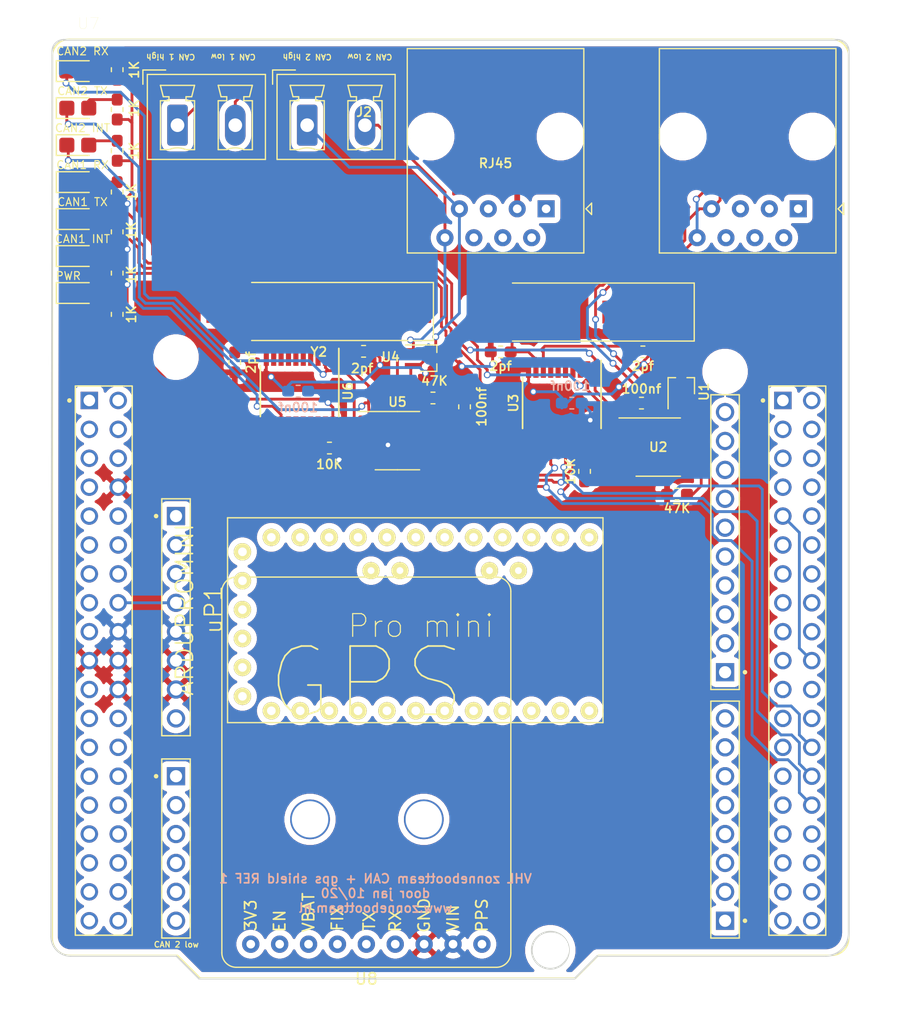
<source format=kicad_pcb>
(kicad_pcb (version 20171130) (host pcbnew 5.1.5+dfsg1-2build2)
  (layers (0 F.Cu signal) (31 B.Cu signal) (34 B.Paste user) (35 F.Paste user) (36 B.SilkS user) (37 F.SilkS user) (38 B.Mask user) (39 F.Mask user hide) (44 Edge.Cuts user))
  (net 0 "")
  (net 1 +5V)
  (net 2 GND)
  (net 3 "Net-(C2-Pad2)")
  (net 4 "Net-(C3-Pad2)")
  (net 5 "Net-(D1-Pad2)")
  (net 6 "Net-(D2-Pad2)")
  (net 7 "Net-(D3-Pad2)")
  (net 8 "Net-(D4-Pad2)")
  (net 9 "Net-(J1-Pad1)")
  (net 10 "Net-(J1-Pad2)")
  (net 11 "Net-(J1-Pad3)")
  (net 12 "Net-(J1-Pad4)")
  (net 13 "Net-(J1-Pad5)")
  (net 14 "Net-(J1-Pad6)")
  (net 15 "Net-(J2-Pad1)")
  (net 16 "Net-(J2-Pad2)")
  (net 17 "Net-(J2-Pad3)")
  (net 18 "Net-(J2-Pad4)")
  (net 19 "Net-(J2-Pad5)")
  (net 20 "Net-(J2-Pad6)")
  (net 21 "Net-(R1-Pad2)")
  (net 22 "Net-(R2-Pad1)")
  (net 23 "Net-(U2-Pad5)")
  (net 24 "Net-(U3-Pad3)")
  (net 25 "Net-(U3-Pad4)")
  (net 26 "Net-(U3-Pad5)")
  (net 27 "Net-(U3-Pad6)")
  (net 28 "Net-(U3-Pad7)")
  (net 29 "Net-(U3-Pad11)")
  (net 30 "Net-(U3-Pad12)")
  (net 31 "Net-(U3-Pad15)")
  (net 32 +3V3)
  (net 33 "Net-(C7-Pad2)")
  (net 34 "Net-(C8-Pad2)")
  (net 35 CAN_TX_1)
  (net 36 CAN_RX_1)
  (net 37 "Net-(D5-Pad2)")
  (net 38 CAN_TX_2)
  (net 39 "Net-(D6-Pad2)")
  (net 40 CAN_RX_2)
  (net 41 "Net-(D7-Pad2)")
  (net 42 can_h_1)
  (net 43 can_l_1)
  (net 44 can_l_2)
  (net 45 can_h_2)
  (net 46 "Net-(R10-Pad2)")
  (net 47 "Net-(R11-Pad1)")
  (net 48 "Net-(U5-Pad5)")
  (net 49 "Net-(U6-Pad15)")
  (net 50 "Net-(U6-Pad12)")
  (net 51 "Net-(U6-Pad11)")
  (net 52 "Net-(U6-Pad7)")
  (net 53 "Net-(U6-Pad6)")
  (net 54 "Net-(U6-Pad5)")
  (net 55 "Net-(U6-Pad4)")
  (net 56 "Net-(U6-Pad3)")
  (net 57 "Net-(U7-PadCN7_1)")
  (net 58 "Net-(U7-PadCN7_37)")
  (net 59 "Net-(U7-PadCN7_2)")
  (net 60 "Net-(U7-PadCN7_3)")
  (net 61 "Net-(U7-PadCN7_4)")
  (net 62 "Net-(U7-PadCN7_5)")
  (net 63 "Net-(U7-PadCN7_6)")
  (net 64 "Net-(U7-PadCN7_7)")
  (net 65 "Net-(U7-PadCN7_12)")
  (net 66 "Net-(U7-PadCN7_13)")
  (net 67 "Net-(U7-PadCN7_14)")
  (net 68 "Net-(U7-PadCN7_15)")
  (net 69 "Net-(U7-PadCN7_17)")
  (net 70 "Net-(U7-PadCN7_21)")
  (net 71 "Net-(U7-PadCN7_23)")
  (net 72 "Net-(U7-PadCN7_24)")
  (net 73 "Net-(U7-PadCN7_25)")
  (net 74 "Net-(U7-PadCN7_27)")
  (net 75 "Net-(U7-PadCN7_28)")
  (net 76 "Net-(U7-PadCN7_29)")
  (net 77 "Net-(U7-PadCN7_30)")
  (net 78 "Net-(U7-PadCN7_31)")
  (net 79 "Net-(U7-PadCN7_32)")
  (net 80 "Net-(U7-PadCN7_33)")
  (net 81 "Net-(U7-PadCN7_34)")
  (net 82 "Net-(U7-PadCN7_35)")
  (net 83 "Net-(U7-PadCN7_36)")
  (net 84 "Net-(U7-PadCN7_38)")
  (net 85 "Net-(U7-PadCN10_1)")
  (net 86 "Net-(U7-PadCN10_37)")
  (net 87 "Net-(U7-PadCN10_2)")
  (net 88 "Net-(U7-PadCN10_3)")
  (net 89 "Net-(U7-PadCN10_4)")
  (net 90 "Net-(U7-PadCN10_5)")
  (net 91 "Net-(U7-PadCN10_6)")
  (net 92 "Net-(U7-PadCN10_7)")
  (net 93 "Net-(U7-PadCN10_8)")
  (net 94 "Net-(U7-PadCN10_20)")
  (net 95 "Net-(U7-PadCN10_11)")
  (net 96 "Net-(U7-PadCN10_13)")
  (net 97 "Net-(U7-PadCN10_15)")
  (net 98 "Net-(U7-PadCN10_16)")
  (net 99 "Net-(U7-PadCN10_17)")
  (net 100 "Net-(U7-PadCN10_19)")
  (net 101 "Net-(U7-PadCN10_21)")
  (net 102 "Net-(U7-PadCN10_23)")
  (net 103 "Net-(U7-PadCN10_25)")
  (net 104 "Net-(U7-PadCN10_27)")
  (net 105 "Net-(U7-PadCN10_29)")
  (net 106 "Net-(U7-PadCN10_31)")
  (net 107 "Net-(U7-PadCN10_32)")
  (net 108 "Net-(U7-PadCN10_33)")
  (net 109 "Net-(U7-PadCN10_34)")
  (net 110 "Net-(U7-PadCN10_35)")
  (net 111 "Net-(U7-PadCN6_2)")
  (net 112 "Net-(U7-PadCN6_3)")
  (net 113 "Net-(U7-PadCN6_8)")
  (net 114 "Net-(U7-PadCN9_1)")
  (net 115 "Net-(U7-PadCN9_2)")
  (net 116 "Net-(U7-PadCN9_3)")
  (net 117 "Net-(U7-PadCN9_4)")
  (net 118 "Net-(U7-PadCN9_5)")
  (net 119 "Net-(U7-PadCN9_6)")
  (net 120 "Net-(U7-PadCN9_7)")
  (net 121 "Net-(U7-PadCN9_8)")
  (net 122 "Net-(U7-PadCN8_1)")
  (net 123 "Net-(U7-PadCN8_2)")
  (net 124 "Net-(U7-PadCN8_3)")
  (net 125 "Net-(U7-PadCN8_4)")
  (net 126 "Net-(U7-PadCN8_5)")
  (net 127 "Net-(U7-PadCN8_6)")
  (net 128 "Net-(U7-PadCN5_1)")
  (net 129 "Net-(U7-PadCN5_2)")
  (net 130 "Net-(U7-PadCN5_3)")
  (net 131 "Net-(U7-PadCN5_4)")
  (net 132 "Net-(U7-PadCN5_5)")
  (net 133 "Net-(U7-PadCN5_6)")
  (net 134 "Net-(U7-PadCN5_7)")
  (net 135 "Net-(U7-PadCN5_8)")
  (net 136 "Net-(U7-PadCN5_9)")
  (net 137 "Net-(U7-PadCN5_10)")
  (net 138 CAN_INTR_1_1)
  (net 139 CAN_INTR_2)
  (net 140 SPI2_CLK)
  (net 141 SPI2_MOSI)
  (net 142 SPI2_MISO)
  (net 143 CAN_CS_1_1)
  (net 144 CAN_CS_2)
  (net 145 UART_6_RX)
  (net 146 UART_6_TX)
  (net 147 CAN_INTR_1)
  (net 148 CAN_CS_1)
  (net 149 "Net-(U8-Pad9)")
  (net 150 "Net-(U8-Pad4)")
  (net 151 "Net-(U8-Pad3)")
  (net 152 "Net-(U8-Pad2)")
  (net 153 "Net-(U8-Pad1)")
  (net 154 "Net-(uP1-Pad30)")
  (net 155 "Net-(uP1-Pad29)")
  (net 156 "Net-(uP1-Pad28)")
  (net 157 "Net-(uP1-Pad27)")
  (net 158 "Net-(uP1-Pad26)")
  (net 159 "Net-(uP1-Pad25)")
  (net 160 "Net-(uP1-Pad24)")
  (net 161 "Net-(uP1-Pad23)")
  (net 162 "Net-(uP1-Pad22)")
  (net 163 "Net-(uP1-Pad21)")
  (net 164 "Net-(uP1-Pad20)")
  (net 165 "Net-(uP1-Pad19)")
  (net 166 "Net-(uP1-Pad18)")
  (net 167 "Net-(uP1-Pad17)")
  (net 168 "Net-(uP1-Pad16)")
  (net 169 "Net-(uP1-Pad15)")
  (net 170 "Net-(uP1-Pad14)")
  (net 171 "Net-(uP1-Pad13)")
  (net 172 "Net-(uP1-Pad12)")
  (net 173 "Net-(uP1-Pad11)")
  (net 174 "Net-(uP1-Pad10)")
  (net 175 "Net-(uP1-Pad9)")
  (net 176 "Net-(uP1-Pad8)")
  (net 177 "Net-(uP1-Pad7)")
  (net 178 "Net-(uP1-Pad6)")
  (net 179 "Net-(uP1-Pad4)")
  (net 180 "Net-(uP1-Pad3)")
  (net 181 "Net-(uP1-Pad2)")
  (net 182 "Net-(uP1-Pad1)")
  (module zonneboot_parts:ArduProMini (layer F.Cu) (at 143 101 90)
    (fp_text reference uP1 (at 11.43 1.27 90) (layer F.SilkS) (effects (font (size 1.5 1.5))))
    (fp_text value ARDUPROMINI (at 11.43 -1.27 90) (layer F.SilkS) (effects (font (size 1.5 1.5))))
    (fp_text user "Pro mini" (at 10 19.5) (layer F.SilkS) (effects (font (size 2 2) (thickness 0.1))))
    (pad 35 thru_hole circle (at 14.859 28.067 90) (size 1.5 1.5) (drill 0.6) (layers *.Cu *.Mask F.SilkS))
    (pad 34 thru_hole circle (at 14.859 25.527 90) (size 1.5 1.5) (drill 0.6) (layers *.Cu *.Mask F.SilkS))
    (pad 32 thru_hole circle (at 14.859 17.653 90) (size 1.5 1.5) (drill 0.6) (layers *.Cu *.Mask F.SilkS))
    (pad 31 thru_hole circle (at 14.859 15.113 90) (size 1.5 1.5) (drill 0.6) (layers *.Cu *.Mask F.SilkS))
    (pad 30 thru_hole circle (at 17.78 34.29 90) (size 1.524 1.524) (drill 0.762) (layers *.Cu *.Mask F.SilkS) (net 154 "Net-(uP1-Pad30)"))
    (pad 29 thru_hole circle (at 17.78 31.75 90) (size 1.524 1.524) (drill 0.762) (layers *.Cu *.Mask F.SilkS) (net 155 "Net-(uP1-Pad29)"))
    (pad 28 thru_hole circle (at 17.78 29.21 90) (size 1.524 1.524) (drill 0.762) (layers *.Cu *.Mask F.SilkS) (net 156 "Net-(uP1-Pad28)"))
    (pad 27 thru_hole circle (at 17.78 26.67 90) (size 1.524 1.524) (drill 0.762) (layers *.Cu *.Mask F.SilkS) (net 157 "Net-(uP1-Pad27)"))
    (pad 26 thru_hole circle (at 17.78 24.13 90) (size 1.524 1.524) (drill 0.762) (layers *.Cu *.Mask F.SilkS) (net 158 "Net-(uP1-Pad26)"))
    (pad 25 thru_hole circle (at 17.78 21.59 90) (size 1.524 1.524) (drill 0.762) (layers *.Cu *.Mask F.SilkS) (net 159 "Net-(uP1-Pad25)"))
    (pad 24 thru_hole circle (at 17.78 19.05 90) (size 1.524 1.524) (drill 0.762) (layers *.Cu *.Mask F.SilkS) (net 160 "Net-(uP1-Pad24)"))
    (pad 23 thru_hole circle (at 17.78 16.51 90) (size 1.524 1.524) (drill 0.762) (layers *.Cu *.Mask F.SilkS) (net 161 "Net-(uP1-Pad23)"))
    (pad 22 thru_hole circle (at 17.78 13.97 90) (size 1.524 1.524) (drill 0.762) (layers *.Cu *.Mask F.SilkS) (net 162 "Net-(uP1-Pad22)"))
    (pad 21 thru_hole circle (at 17.78 11.43 90) (size 1.524 1.524) (drill 0.762) (layers *.Cu *.Mask F.SilkS) (net 163 "Net-(uP1-Pad21)"))
    (pad 20 thru_hole circle (at 17.78 8.89 90) (size 1.524 1.524) (drill 0.762) (layers *.Cu *.Mask F.SilkS) (net 164 "Net-(uP1-Pad20)"))
    (pad 19 thru_hole circle (at 17.78 6.35 90) (size 1.524 1.524) (drill 0.762) (layers *.Cu *.Mask F.SilkS) (net 165 "Net-(uP1-Pad19)"))
    (pad 18 thru_hole circle (at 2.54 34.29 90) (size 1.524 1.524) (drill 0.762) (layers *.Cu *.Mask F.SilkS) (net 166 "Net-(uP1-Pad18)"))
    (pad 17 thru_hole circle (at 2.54 31.75 90) (size 1.524 1.524) (drill 0.762) (layers *.Cu *.Mask F.SilkS) (net 167 "Net-(uP1-Pad17)"))
    (pad 16 thru_hole circle (at 2.54 29.21 90) (size 1.524 1.524) (drill 0.762) (layers *.Cu *.Mask F.SilkS) (net 168 "Net-(uP1-Pad16)"))
    (pad 15 thru_hole circle (at 2.54 26.67 90) (size 1.524 1.524) (drill 0.762) (layers *.Cu *.Mask F.SilkS) (net 169 "Net-(uP1-Pad15)"))
    (pad 14 thru_hole circle (at 2.54 24.13 90) (size 1.524 1.524) (drill 0.762) (layers *.Cu *.Mask F.SilkS) (net 170 "Net-(uP1-Pad14)"))
    (pad 13 thru_hole circle (at 2.54 21.59 90) (size 1.524 1.524) (drill 0.762) (layers *.Cu *.Mask F.SilkS) (net 171 "Net-(uP1-Pad13)"))
    (pad 12 thru_hole circle (at 2.54 19.05 90) (size 1.524 1.524) (drill 0.762) (layers *.Cu *.Mask F.SilkS) (net 172 "Net-(uP1-Pad12)"))
    (pad 11 thru_hole circle (at 2.54 16.51 90) (size 1.524 1.524) (drill 0.762) (layers *.Cu *.Mask F.SilkS) (net 173 "Net-(uP1-Pad11)"))
    (pad 10 thru_hole circle (at 2.54 13.97 90) (size 1.524 1.524) (drill 0.762) (layers *.Cu *.Mask F.SilkS) (net 174 "Net-(uP1-Pad10)"))
    (pad 9 thru_hole circle (at 2.54 11.43 90) (size 1.524 1.524) (drill 0.762) (layers *.Cu *.Mask F.SilkS) (net 175 "Net-(uP1-Pad9)"))
    (pad 8 thru_hole circle (at 2.54 8.89 90) (size 1.524 1.524) (drill 0.762) (layers *.Cu *.Mask F.SilkS) (net 176 "Net-(uP1-Pad8)"))
    (pad 7 thru_hole circle (at 2.54 6.35 90) (size 1.524 1.524) (drill 0.762) (layers *.Cu *.Mask F.SilkS) (net 177 "Net-(uP1-Pad7)"))
    (pad 6 thru_hole circle (at 16.51 3.81 90) (size 1.524 1.524) (drill 0.762) (layers *.Cu *.Mask F.SilkS) (net 178 "Net-(uP1-Pad6)"))
    (pad 5 thru_hole circle (at 13.97 3.81 90) (size 1.524 1.524) (drill 0.762) (layers *.Cu *.Mask F.SilkS))
    (pad 4 thru_hole circle (at 11.43 3.81 90) (size 1.524 1.524) (drill 0.762) (layers *.Cu *.Mask F.SilkS) (net 179 "Net-(uP1-Pad4)"))
    (pad 3 thru_hole circle (at 8.89 3.81 90) (size 1.524 1.524) (drill 0.762) (layers *.Cu *.Mask F.SilkS) (net 180 "Net-(uP1-Pad3)"))
    (pad 2 thru_hole circle (at 6.35 3.81 90) (size 1.524 1.524) (drill 0.762) (layers *.Cu *.Mask F.SilkS) (net 181 "Net-(uP1-Pad2)"))
    (pad 1 thru_hole circle (at 3.81 3.81 90) (size 1.524 1.524) (drill 0.762) (layers *.Cu *.Mask F.SilkS) (net 182 "Net-(uP1-Pad1)"))
  )
  (module zonneboot_parts:MODULE_NUCLEO-F446RE (layer F.Cu) (at 165.1 80.7)
    (fp_text reference U7 (at -31.825 -42.635) (layer F.SilkS) (effects (font (thickness 0.015))))
    (fp_text value NUCLEO-F446RE)
    (pad CN7_1 thru_hole rect (at -31.75 -9.51) (size 1.53 1.53) (drill 1.02) (layers *.Cu *.Mask) (net 57 "Net-(U7-PadCN7_1)"))
    (pad CN7_37 thru_hole circle (at -31.75 36.21) (size 1.53 1.53) (drill 1.02) (layers *.Cu *.Mask) (net 58 "Net-(U7-PadCN7_37)"))
    (pad CN7_2 thru_hole circle (at -29.21 -9.51) (size 1.53 1.53) (drill 1.02) (layers *.Cu *.Mask) (net 59 "Net-(U7-PadCN7_2)"))
    (pad CN7_3 thru_hole circle (at -31.75 -6.97) (size 1.53 1.53) (drill 1.02) (layers *.Cu *.Mask) (net 60 "Net-(U7-PadCN7_3)"))
    (pad CN7_4 thru_hole circle (at -29.21 -6.97) (size 1.53 1.53) (drill 1.02) (layers *.Cu *.Mask) (net 61 "Net-(U7-PadCN7_4)"))
    (pad CN7_5 thru_hole circle (at -31.75 -4.43) (size 1.53 1.53) (drill 1.02) (layers *.Cu *.Mask) (net 62 "Net-(U7-PadCN7_5)"))
    (pad CN7_6 thru_hole circle (at -29.21 -4.43) (size 1.53 1.53) (drill 1.02) (layers *.Cu *.Mask) (net 63 "Net-(U7-PadCN7_6)"))
    (pad CN7_7 thru_hole circle (at -31.75 -1.89) (size 1.53 1.53) (drill 1.02) (layers *.Cu *.Mask) (net 64 "Net-(U7-PadCN7_7)"))
    (pad CN7_8 thru_hole circle (at -29.21 -1.89) (size 1.53 1.53) (drill 1.02) (layers *.Cu *.Mask) (net 2 GND))
    (pad CN7_9 thru_hole circle (at -31.75 0.65) (size 1.53 1.53) (drill 1.02) (layers *.Cu *.Mask))
    (pad CN7_10 thru_hole circle (at -29.21 0.65) (size 1.53 1.53) (drill 1.02) (layers *.Cu *.Mask))
    (pad CN7_11 thru_hole circle (at -31.75 3.19) (size 1.53 1.53) (drill 1.02) (layers *.Cu *.Mask))
    (pad CN7_12 thru_hole circle (at -29.21 3.19) (size 1.53 1.53) (drill 1.02) (layers *.Cu *.Mask) (net 65 "Net-(U7-PadCN7_12)"))
    (pad CN7_13 thru_hole circle (at -31.75 5.73) (size 1.53 1.53) (drill 1.02) (layers *.Cu *.Mask) (net 66 "Net-(U7-PadCN7_13)"))
    (pad CN7_14 thru_hole circle (at -29.21 5.73) (size 1.53 1.53) (drill 1.02) (layers *.Cu *.Mask) (net 67 "Net-(U7-PadCN7_14)"))
    (pad CN7_15 thru_hole circle (at -31.75 8.27) (size 1.53 1.53) (drill 1.02) (layers *.Cu *.Mask) (net 68 "Net-(U7-PadCN7_15)"))
    (pad CN7_16 thru_hole circle (at -29.21 8.27) (size 1.53 1.53) (drill 1.02) (layers *.Cu *.Mask) (net 32 +3V3))
    (pad CN7_17 thru_hole circle (at -31.75 10.81) (size 1.53 1.53) (drill 1.02) (layers *.Cu *.Mask) (net 69 "Net-(U7-PadCN7_17)"))
    (pad CN7_18 thru_hole circle (at -29.21 10.81) (size 1.53 1.53) (drill 1.02) (layers *.Cu *.Mask) (net 1 +5V))
    (pad CN7_19 thru_hole circle (at -31.75 13.35) (size 1.53 1.53) (drill 1.02) (layers *.Cu *.Mask) (net 2 GND))
    (pad CN7_20 thru_hole circle (at -29.21 13.35) (size 1.53 1.53) (drill 1.02) (layers *.Cu *.Mask) (net 2 GND))
    (pad CN7_21 thru_hole circle (at -31.75 15.89) (size 1.53 1.53) (drill 1.02) (layers *.Cu *.Mask) (net 70 "Net-(U7-PadCN7_21)"))
    (pad CN7_22 thru_hole circle (at -29.21 15.89) (size 1.53 1.53) (drill 1.02) (layers *.Cu *.Mask) (net 2 GND))
    (pad CN7_23 thru_hole circle (at -31.75 18.43) (size 1.53 1.53) (drill 1.02) (layers *.Cu *.Mask) (net 71 "Net-(U7-PadCN7_23)"))
    (pad CN7_24 thru_hole circle (at -29.21 18.43) (size 1.53 1.53) (drill 1.02) (layers *.Cu *.Mask) (net 72 "Net-(U7-PadCN7_24)"))
    (pad CN7_25 thru_hole circle (at -31.75 20.97) (size 1.53 1.53) (drill 1.02) (layers *.Cu *.Mask) (net 73 "Net-(U7-PadCN7_25)"))
    (pad CN7_26 thru_hole circle (at -29.21 20.97) (size 1.53 1.53) (drill 1.02) (layers *.Cu *.Mask))
    (pad CN7_27 thru_hole circle (at -31.75 23.51) (size 1.53 1.53) (drill 1.02) (layers *.Cu *.Mask) (net 74 "Net-(U7-PadCN7_27)"))
    (pad CN7_28 thru_hole circle (at -29.21 23.51) (size 1.53 1.53) (drill 1.02) (layers *.Cu *.Mask) (net 75 "Net-(U7-PadCN7_28)"))
    (pad CN7_29 thru_hole circle (at -31.75 26.05) (size 1.53 1.53) (drill 1.02) (layers *.Cu *.Mask) (net 76 "Net-(U7-PadCN7_29)"))
    (pad CN7_30 thru_hole circle (at -29.21 26.05) (size 1.53 1.53) (drill 1.02) (layers *.Cu *.Mask) (net 77 "Net-(U7-PadCN7_30)"))
    (pad CN7_31 thru_hole circle (at -31.75 28.59) (size 1.53 1.53) (drill 1.02) (layers *.Cu *.Mask) (net 78 "Net-(U7-PadCN7_31)"))
    (pad CN7_32 thru_hole circle (at -29.21 28.59) (size 1.53 1.53) (drill 1.02) (layers *.Cu *.Mask) (net 79 "Net-(U7-PadCN7_32)"))
    (pad CN7_33 thru_hole circle (at -31.75 31.13) (size 1.53 1.53) (drill 1.02) (layers *.Cu *.Mask) (net 80 "Net-(U7-PadCN7_33)"))
    (pad CN7_34 thru_hole circle (at -29.21 31.13) (size 1.53 1.53) (drill 1.02) (layers *.Cu *.Mask) (net 81 "Net-(U7-PadCN7_34)"))
    (pad CN7_35 thru_hole circle (at -31.75 33.67) (size 1.53 1.53) (drill 1.02) (layers *.Cu *.Mask) (net 82 "Net-(U7-PadCN7_35)"))
    (pad CN7_36 thru_hole circle (at -29.21 33.67) (size 1.53 1.53) (drill 1.02) (layers *.Cu *.Mask) (net 83 "Net-(U7-PadCN7_36)"))
    (pad CN7_38 thru_hole circle (at -29.21 36.21) (size 1.53 1.53) (drill 1.02) (layers *.Cu *.Mask) (net 84 "Net-(U7-PadCN7_38)"))
    (pad CN10_1 thru_hole rect (at 29.21 -9.51) (size 1.53 1.53) (drill 1.02) (layers *.Cu *.Mask) (net 85 "Net-(U7-PadCN10_1)"))
    (pad CN10_37 thru_hole circle (at 29.21 36.21) (size 1.53 1.53) (drill 1.02) (layers *.Cu *.Mask) (net 86 "Net-(U7-PadCN10_37)"))
    (pad CN10_2 thru_hole circle (at 31.75 -9.51) (size 1.53 1.53) (drill 1.02) (layers *.Cu *.Mask) (net 87 "Net-(U7-PadCN10_2)"))
    (pad CN10_3 thru_hole circle (at 29.21 -6.97) (size 1.53 1.53) (drill 1.02) (layers *.Cu *.Mask) (net 88 "Net-(U7-PadCN10_3)"))
    (pad CN10_4 thru_hole circle (at 31.75 -6.97) (size 1.53 1.53) (drill 1.02) (layers *.Cu *.Mask) (net 89 "Net-(U7-PadCN10_4)"))
    (pad CN10_5 thru_hole circle (at 29.21 -4.43) (size 1.53 1.53) (drill 1.02) (layers *.Cu *.Mask) (net 90 "Net-(U7-PadCN10_5)"))
    (pad CN10_6 thru_hole circle (at 31.75 -4.43) (size 1.53 1.53) (drill 1.02) (layers *.Cu *.Mask) (net 91 "Net-(U7-PadCN10_6)"))
    (pad CN10_7 thru_hole circle (at 29.21 -1.89) (size 1.53 1.53) (drill 1.02) (layers *.Cu *.Mask) (net 92 "Net-(U7-PadCN10_7)"))
    (pad CN10_8 thru_hole circle (at 31.75 -1.89) (size 1.53 1.53) (drill 1.02) (layers *.Cu *.Mask) (net 93 "Net-(U7-PadCN10_8)"))
    (pad CN10_9 thru_hole circle (at 29.21 0.65) (size 1.53 1.53) (drill 1.02) (layers *.Cu *.Mask) (net 94 "Net-(U7-PadCN10_20)"))
    (pad CN10_10 thru_hole circle (at 31.75 0.65) (size 1.53 1.53) (drill 1.02) (layers *.Cu *.Mask))
    (pad CN10_11 thru_hole circle (at 29.21 3.19) (size 1.53 1.53) (drill 1.02) (layers *.Cu *.Mask) (net 95 "Net-(U7-PadCN10_11)"))
    (pad CN10_12 thru_hole circle (at 31.75 3.19) (size 1.53 1.53) (drill 1.02) (layers *.Cu *.Mask) (net 145 UART_6_RX))
    (pad CN10_13 thru_hole circle (at 29.21 5.73) (size 1.53 1.53) (drill 1.02) (layers *.Cu *.Mask) (net 96 "Net-(U7-PadCN10_13)"))
    (pad CN10_14 thru_hole circle (at 31.75 5.73) (size 1.53 1.53) (drill 1.02) (layers *.Cu *.Mask) (net 146 UART_6_TX))
    (pad CN10_15 thru_hole circle (at 29.21 8.27) (size 1.53 1.53) (drill 1.02) (layers *.Cu *.Mask) (net 97 "Net-(U7-PadCN10_15)"))
    (pad CN10_16 thru_hole circle (at 31.75 8.27) (size 1.53 1.53) (drill 1.02) (layers *.Cu *.Mask) (net 98 "Net-(U7-PadCN10_16)"))
    (pad CN10_17 thru_hole circle (at 29.21 10.81) (size 1.53 1.53) (drill 1.02) (layers *.Cu *.Mask) (net 99 "Net-(U7-PadCN10_17)"))
    (pad CN10_18 thru_hole circle (at 31.75 10.81) (size 1.53 1.53) (drill 1.02) (layers *.Cu *.Mask))
    (pad CN10_19 thru_hole circle (at 29.21 13.35) (size 1.53 1.53) (drill 1.02) (layers *.Cu *.Mask) (net 100 "Net-(U7-PadCN10_19)"))
    (pad CN10_20 thru_hole circle (at 31.75 13.35) (size 1.53 1.53) (drill 1.02) (layers *.Cu *.Mask) (net 94 "Net-(U7-PadCN10_20)"))
    (pad CN10_21 thru_hole circle (at 29.21 15.89) (size 1.53 1.53) (drill 1.02) (layers *.Cu *.Mask) (net 101 "Net-(U7-PadCN10_21)"))
    (pad CN10_22 thru_hole circle (at 31.75 15.89) (size 1.53 1.53) (drill 1.02) (layers *.Cu *.Mask) (net 147 CAN_INTR_1))
    (pad CN10_23 thru_hole circle (at 29.21 18.43) (size 1.53 1.53) (drill 1.02) (layers *.Cu *.Mask) (net 102 "Net-(U7-PadCN10_23)"))
    (pad CN10_24 thru_hole circle (at 31.75 18.43) (size 1.53 1.53) (drill 1.02) (layers *.Cu *.Mask) (net 148 CAN_CS_1))
    (pad CN10_25 thru_hole circle (at 29.21 20.97) (size 1.53 1.53) (drill 1.02) (layers *.Cu *.Mask) (net 103 "Net-(U7-PadCN10_25)"))
    (pad CN10_26 thru_hole circle (at 31.75 20.97) (size 1.53 1.53) (drill 1.02) (layers *.Cu *.Mask) (net 141 SPI2_MOSI))
    (pad CN10_27 thru_hole circle (at 29.21 23.51) (size 1.53 1.53) (drill 1.02) (layers *.Cu *.Mask) (net 104 "Net-(U7-PadCN10_27)"))
    (pad CN10_28 thru_hole circle (at 31.75 23.51) (size 1.53 1.53) (drill 1.02) (layers *.Cu *.Mask) (net 142 SPI2_MISO))
    (pad CN10_29 thru_hole circle (at 29.21 26.05) (size 1.53 1.53) (drill 1.02) (layers *.Cu *.Mask) (net 105 "Net-(U7-PadCN10_29)"))
    (pad CN10_30 thru_hole circle (at 31.75 26.05) (size 1.53 1.53) (drill 1.02) (layers *.Cu *.Mask) (net 140 SPI2_CLK))
    (pad CN10_31 thru_hole circle (at 29.21 28.59) (size 1.53 1.53) (drill 1.02) (layers *.Cu *.Mask) (net 106 "Net-(U7-PadCN10_31)"))
    (pad CN10_32 thru_hole circle (at 31.75 28.59) (size 1.53 1.53) (drill 1.02) (layers *.Cu *.Mask) (net 107 "Net-(U7-PadCN10_32)"))
    (pad CN10_33 thru_hole circle (at 29.21 31.13) (size 1.53 1.53) (drill 1.02) (layers *.Cu *.Mask) (net 108 "Net-(U7-PadCN10_33)"))
    (pad CN10_34 thru_hole circle (at 31.75 31.13) (size 1.53 1.53) (drill 1.02) (layers *.Cu *.Mask) (net 109 "Net-(U7-PadCN10_34)"))
    (pad CN10_35 thru_hole circle (at 29.21 33.67) (size 1.53 1.53) (drill 1.02) (layers *.Cu *.Mask) (net 110 "Net-(U7-PadCN10_35)"))
    (pad CN10_36 thru_hole circle (at 31.75 33.67) (size 1.53 1.53) (drill 1.02) (layers *.Cu *.Mask))
    (pad CN10_38 thru_hole circle (at 31.75 36.21) (size 1.53 1.53) (drill 1.02) (layers *.Cu *.Mask))
    (pad CN6_1 thru_hole rect (at -24.13 0.65) (size 1.605 1.605) (drill 1.07) (layers *.Cu *.Mask))
    (pad CN6_2 thru_hole circle (at -24.13 3.19) (size 1.605 1.605) (drill 1.07) (layers *.Cu *.Mask) (net 111 "Net-(U7-PadCN6_2)"))
    (pad CN6_3 thru_hole circle (at -24.13 5.73) (size 1.605 1.605) (drill 1.07) (layers *.Cu *.Mask) (net 112 "Net-(U7-PadCN6_3)"))
    (pad CN6_4 thru_hole circle (at -24.13 8.27) (size 1.605 1.605) (drill 1.07) (layers *.Cu *.Mask) (net 32 +3V3))
    (pad CN6_5 thru_hole circle (at -24.13 10.81) (size 1.605 1.605) (drill 1.07) (layers *.Cu *.Mask) (net 1 +5V))
    (pad CN6_6 thru_hole circle (at -24.13 13.35) (size 1.605 1.605) (drill 1.07) (layers *.Cu *.Mask) (net 2 GND))
    (pad CN6_7 thru_hole circle (at -24.13 15.89) (size 1.605 1.605) (drill 1.07) (layers *.Cu *.Mask) (net 2 GND))
    (pad CN6_8 thru_hole circle (at -24.13 18.43) (size 1.605 1.605) (drill 1.07) (layers *.Cu *.Mask) (net 113 "Net-(U7-PadCN6_8)"))
    (pad CN9_1 thru_hole rect (at 24.13 36.21) (size 1.605 1.605) (drill 1.07) (layers *.Cu *.Mask) (net 114 "Net-(U7-PadCN9_1)"))
    (pad CN9_2 thru_hole circle (at 24.13 33.67) (size 1.605 1.605) (drill 1.07) (layers *.Cu *.Mask) (net 115 "Net-(U7-PadCN9_2)"))
    (pad CN9_3 thru_hole circle (at 24.13 31.13) (size 1.605 1.605) (drill 1.07) (layers *.Cu *.Mask) (net 116 "Net-(U7-PadCN9_3)"))
    (pad CN9_4 thru_hole circle (at 24.13 28.59) (size 1.605 1.605) (drill 1.07) (layers *.Cu *.Mask) (net 117 "Net-(U7-PadCN9_4)"))
    (pad CN9_5 thru_hole circle (at 24.13 26.05) (size 1.605 1.605) (drill 1.07) (layers *.Cu *.Mask) (net 118 "Net-(U7-PadCN9_5)"))
    (pad CN9_6 thru_hole circle (at 24.13 23.51) (size 1.605 1.605) (drill 1.07) (layers *.Cu *.Mask) (net 119 "Net-(U7-PadCN9_6)"))
    (pad CN9_7 thru_hole circle (at 24.13 20.97) (size 1.605 1.605) (drill 1.07) (layers *.Cu *.Mask) (net 120 "Net-(U7-PadCN9_7)"))
    (pad CN9_8 thru_hole circle (at 24.13 18.43) (size 1.605 1.605) (drill 1.07) (layers *.Cu *.Mask) (net 121 "Net-(U7-PadCN9_8)"))
    (pad CN8_1 thru_hole rect (at -24.13 23.51) (size 1.605 1.605) (drill 1.07) (layers *.Cu *.Mask) (net 122 "Net-(U7-PadCN8_1)"))
    (pad CN8_2 thru_hole circle (at -24.13 26.05) (size 1.605 1.605) (drill 1.07) (layers *.Cu *.Mask) (net 123 "Net-(U7-PadCN8_2)"))
    (pad CN8_3 thru_hole circle (at -24.13 28.59) (size 1.605 1.605) (drill 1.07) (layers *.Cu *.Mask) (net 124 "Net-(U7-PadCN8_3)"))
    (pad CN8_4 thru_hole circle (at -24.13 31.13) (size 1.605 1.605) (drill 1.07) (layers *.Cu *.Mask) (net 125 "Net-(U7-PadCN8_4)"))
    (pad CN8_5 thru_hole circle (at -24.13 33.67) (size 1.605 1.605) (drill 1.07) (layers *.Cu *.Mask) (net 126 "Net-(U7-PadCN8_5)"))
    (pad CN8_6 thru_hole circle (at -24.13 36.21) (size 1.605 1.605) (drill 1.07) (layers *.Cu *.Mask) (net 127 "Net-(U7-PadCN8_6)"))
    (pad CN5_1 thru_hole rect (at 24.13 14.37) (size 1.605 1.605) (drill 1.07) (layers *.Cu *.Mask) (net 128 "Net-(U7-PadCN5_1)"))
    (pad CN5_2 thru_hole circle (at 24.13 11.83) (size 1.605 1.605) (drill 1.07) (layers *.Cu *.Mask) (net 129 "Net-(U7-PadCN5_2)"))
    (pad CN5_3 thru_hole circle (at 24.13 9.29) (size 1.605 1.605) (drill 1.07) (layers *.Cu *.Mask) (net 130 "Net-(U7-PadCN5_3)"))
    (pad CN5_4 thru_hole circle (at 24.13 6.75) (size 1.605 1.605) (drill 1.07) (layers *.Cu *.Mask) (net 131 "Net-(U7-PadCN5_4)"))
    (pad CN5_5 thru_hole circle (at 24.13 4.21) (size 1.605 1.605) (drill 1.07) (layers *.Cu *.Mask) (net 132 "Net-(U7-PadCN5_5)"))
    (pad CN5_6 thru_hole circle (at 24.13 1.67) (size 1.605 1.605) (drill 1.07) (layers *.Cu *.Mask) (net 133 "Net-(U7-PadCN5_6)"))
    (pad CN5_7 thru_hole circle (at 24.13 -0.87) (size 1.605 1.605) (drill 1.07) (layers *.Cu *.Mask) (net 134 "Net-(U7-PadCN5_7)"))
    (pad CN5_8 thru_hole circle (at 24.13 -3.41) (size 1.605 1.605) (drill 1.07) (layers *.Cu *.Mask) (net 135 "Net-(U7-PadCN5_8)"))
    (pad CN5_9 thru_hole circle (at 24.13 -5.95) (size 1.605 1.605) (drill 1.07) (layers *.Cu *.Mask) (net 136 "Net-(U7-PadCN5_9)"))
    (pad CN5_10 thru_hole circle (at 24.13 -8.49) (size 1.605 1.605) (drill 1.07) (layers *.Cu *.Mask) (net 137 "Net-(U7-PadCN5_10)"))
    (pad None np_thru_hole circle (at 8.89 38.75) (size 3 3) (drill 3) (layers *.Cu *.Mask))
    (pad None np_thru_hole circle (at 24.13 -12.05) (size 3 3) (drill 3) (layers *.Cu *.Mask))
    (pad None np_thru_hole circle (at -24.13 -13.32) (size 3 3) (drill 3) (layers *.Cu *.Mask))
  )
  (module zonneboot_parts:gps_module (layer F.Cu) (at 145 121)
    (fp_text reference U8 (at 12.7 1.016) (layer F.SilkS))
    (fp_text value adafruit_gps_module)
    (fp_text user GPS (at 12.7 -25) (layer F.SilkS) (effects (font (size 6 6))))
    (fp_text user 3V3 (at 2.54 -4.572 90) (layer F.SilkS))
    (fp_text user EN (at 5.08 -4.064 90) (layer F.SilkS))
    (fp_text user VBAT (at 7.62 -4.826 90) (layer F.SilkS))
    (fp_text user FIX (at 10.16 -4.318 90) (layer F.SilkS))
    (fp_text user TX (at 12.954 -4.064 90) (layer F.SilkS))
    (fp_text user RX (at 15.24 -4.064 90) (layer F.SilkS))
    (fp_text user GND (at 17.78 -4.572 90) (layer F.SilkS))
    (fp_text user VIN (at 20.32 -4.318 90) (layer F.SilkS))
    (fp_text user PPS (at 22.86 -4.572 90) (layer F.SilkS))
    (pad "" thru_hole circle (at 17.75 -13) (size 3.5 3.5) (drill 3.2) (layers *.Cu *.Mask))
    (pad "" thru_hole circle (at 7.75 -13) (size 3.5 3.5) (drill 3.2) (layers *.Cu *.Mask))
    (pad 9 thru_hole circle (at 22.86 -2.032) (size 1.524 1.524) (drill 0.762) (layers *.Cu *.Mask) (net 149 "Net-(U8-Pad9)"))
    (pad 8 thru_hole circle (at 20.32 -2.032) (size 1.524 1.524) (drill 0.762) (layers *.Cu *.Mask) (net 1 +5V))
    (pad 7 thru_hole circle (at 17.78 -2.032) (size 1.524 1.524) (drill 0.762) (layers *.Cu *.Mask) (net 2 GND))
    (pad 6 thru_hole circle (at 15.24 -2.032) (size 1.524 1.524) (drill 0.762) (layers *.Cu *.Mask) (net 146 UART_6_TX))
    (pad 5 thru_hole circle (at 12.7 -2.032) (size 1.524 1.524) (drill 0.762) (layers *.Cu *.Mask) (net 145 UART_6_RX))
    (pad 4 thru_hole circle (at 10.16 -2.032) (size 1.524 1.524) (drill 0.762) (layers *.Cu *.Mask) (net 150 "Net-(U8-Pad4)"))
    (pad 3 thru_hole circle (at 7.62 -2.032) (size 1.524 1.524) (drill 0.762) (layers *.Cu *.Mask) (net 151 "Net-(U8-Pad3)"))
    (pad 2 thru_hole circle (at 5.08 -2.032) (size 1.524 1.524) (drill 0.762) (layers *.Cu *.Mask) (net 152 "Net-(U8-Pad2)"))
    (pad 1 thru_hole circle (at 2.54 -2.032) (size 1.524 1.524) (drill 0.762) (layers *.Cu *.Mask) (net 153 "Net-(U8-Pad1)"))
  )
  (module Resistor_SMD:R_0603_1608Metric_Pad1.05x0.95mm_HandSolder (layer F.Cu) (at 135.8 45.625 90)
    (fp_text reference R7 hide)
    (fp_text value 1K (at 0.125 1.5 90) (layer F.SilkS) (effects (font (size 0.8 0.8))))
    (pad 1 smd roundrect (at -0.875 0 90) (size 1.05 0.95) (layers F.Cu F.Paste F.Mask) (net 1 +5V))
    (pad 2 smd roundrect (at 0.875 0 90) (size 1.05 0.95) (layers F.Cu F.Paste F.Mask) (net 37 "Net-(D5-Pad2)"))
  )
  (module Resistor_SMD:R_0603_1608Metric_Pad1.05x0.95mm_HandSolder (layer F.Cu) (at 135.8 42.125 90)
    (fp_text reference R8 hide)
    (fp_text value 1K (at 0 1.5 90) (layer F.SilkS) (effects (font (size 0.8 0.8))))
    (pad 1 smd roundrect (at -0.875 0 90) (size 1.05 0.95) (layers F.Cu F.Paste F.Mask) (net 1 +5V))
    (pad 2 smd roundrect (at 0.875 0 90) (size 1.05 0.95) (layers F.Cu F.Paste F.Mask) (net 39 "Net-(D6-Pad2)"))
  )
  (module Package_TO_SOT_SMD:SOT-323_SC-70_Handsoldering (layer F.Cu) (at 185.382 69.922 90)
    (fp_text reference U1 (at -0.5 2 90) (layer F.SilkS) (effects (font (size 0.8 0.8))))
    (fp_text value PESD5V0L2UU_esd_diode hide)
    (pad 1 smd rect (at -1.33 -0.65) (size 0.45 1.5) (layers F.Cu F.Paste F.Mask) (net 43 can_l_1))
    (pad 2 smd rect (at -1.33 0.65) (size 0.45 1.5) (layers F.Cu F.Paste F.Mask) (net 42 can_h_1))
    (pad 3 smd rect (at 1.33 0) (size 0.45 1.5) (layers F.Cu F.Paste F.Mask) (net 2 GND))
  )
  (module Package_SO:SOIC-8_3.9x4.9mm_P1.27mm (layer F.Cu) (at 183.357 75.287)
    (fp_text reference U2 hide)
    (fp_text value MCP2551-I-SN hide)
    (fp_text user %R (at 0 0 180) (layer F.SilkS) (effects (font (size 0.8 0.8))))
    (pad 1 smd roundrect (at -2.475 -1.905) (size 1.95 0.6) (layers F.Cu F.Paste F.Mask) (net 35 CAN_TX_1))
    (pad 2 smd roundrect (at -2.475 -0.635) (size 1.95 0.6) (layers F.Cu F.Paste F.Mask) (net 2 GND))
    (pad 3 smd roundrect (at -2.475 0.635) (size 1.95 0.6) (layers F.Cu F.Paste F.Mask) (net 1 +5V))
    (pad 4 smd roundrect (at -2.475 1.905) (size 1.95 0.6) (layers F.Cu F.Paste F.Mask) (net 36 CAN_RX_1))
    (pad 5 smd roundrect (at 2.475 1.905) (size 1.95 0.6) (layers F.Cu F.Paste F.Mask) (net 23 "Net-(U2-Pad5)"))
    (pad 6 smd roundrect (at 2.475 0.635) (size 1.95 0.6) (layers F.Cu F.Paste F.Mask) (net 43 can_l_1))
    (pad 7 smd roundrect (at 2.475 -0.635) (size 1.95 0.6) (layers F.Cu F.Paste F.Mask) (net 42 can_h_1))
    (pad 8 smd roundrect (at 2.475 -1.905) (size 1.95 0.6) (layers F.Cu F.Paste F.Mask) (net 21 "Net-(R1-Pad2)"))
  )
  (module Capacitor_SMD:C_0603_1608Metric_Pad1.05x0.95mm_HandSolder (layer F.Cu) (at 181.882 71.422 180)
    (fp_text reference C1 hide)
    (fp_text value 100nf (at 0 1.25 180) (layer F.SilkS) (effects (font (size 0.8 0.8))))
    (pad 1 smd roundrect (at -0.875 0 180) (size 1.05 0.95) (layers F.Cu F.Paste F.Mask) (net 1 +5V))
    (pad 2 smd roundrect (at 0.875 0 180) (size 1.05 0.95) (layers F.Cu F.Paste F.Mask) (net 2 GND))
  )
  (module Capacitor_SMD:C_0603_1608Metric_Pad1.05x0.95mm_HandSolder (layer F.Cu) (at 182.007 66.922 180)
    (fp_text reference C2 hide)
    (fp_text value 2pf (at 0 -1.25 180) (layer F.SilkS) (effects (font (size 0.8 0.8))))
    (pad 1 smd roundrect (at -0.875 0 180) (size 1.05 0.95) (layers F.Cu F.Paste F.Mask) (net 2 GND))
    (pad 2 smd roundrect (at 0.875 0 180) (size 1.05 0.95) (layers F.Cu F.Paste F.Mask) (net 3 "Net-(C2-Pad2)"))
  )
  (module Resistor_SMD:R_0603_1608Metric_Pad1.05x0.95mm_HandSolder (layer F.Cu) (at 185.007 79.422)
    (fp_text reference R1 hide)
    (fp_text value 47K (at 0 1.25 180) (layer F.SilkS) (effects (font (size 0.8 0.8))))
    (pad 1 smd roundrect (at -0.875 0) (size 1.05 0.95) (layers F.Cu F.Paste F.Mask) (net 2 GND))
    (pad 2 smd roundrect (at 0.875 0) (size 1.05 0.95) (layers F.Cu F.Paste F.Mask) (net 21 "Net-(R1-Pad2)"))
  )
  (module Resistor_SMD:R_0603_1608Metric_Pad1.05x0.95mm_HandSolder (layer F.Cu) (at 176.882 77.422 270)
    (fp_text reference R2 hide)
    (fp_text value 10K (at 0 1.25 90) (layer F.SilkS) (effects (font (size 0.8 0.8))))
    (pad 2 smd roundrect (at 0.875 0 270) (size 1.05 0.95) (layers F.Cu F.Paste F.Mask) (net 1 +5V))
    (pad 1 smd roundrect (at -0.875 0 270) (size 1.05 0.95) (layers F.Cu F.Paste F.Mask) (net 22 "Net-(R2-Pad1)"))
  )
  (module Capacitor_SMD:C_0603_1608Metric_Pad1.05x0.95mm_HandSolder (layer B.Cu) (at 175.757 71.422 180)
    (fp_text reference C4 hide)
    (fp_text value 100nf (at 0.125 1.5 180) (layer B.SilkS) (effects (font (size 0.8 0.8)) (justify mirror)))
    (pad 2 smd roundrect (at 0.875 0 180) (size 1.05 0.95) (layers B.Cu B.Paste B.Mask) (net 2 GND))
    (pad 1 smd roundrect (at -0.875 0 180) (size 1.05 0.95) (layers B.Cu B.Paste B.Mask) (net 1 +5V))
  )
  (module Crystal:Crystal_SMD_HC49-SD_HandSoldering (layer F.Cu) (at 153.5195 63.372 180)
    (fp_text reference Y2 (at 0 -3.55) (layer F.SilkS) (effects (font (size 0.8 0.8))))
    (fp_text value Crystal hide)
    (pad 1 smd rect (at -5.9375 0 180) (size 7.875 2) (layers F.Cu F.Paste F.Mask) (net 33 "Net-(C7-Pad2)"))
    (pad 2 smd rect (at 5.9375 0 180) (size 7.875 2) (layers F.Cu F.Paste F.Mask) (net 34 "Net-(C8-Pad2)"))
  )
  (module Package_SO:TSSOP-20_4.4x6.5mm_P0.65mm (layer F.Cu) (at 151.832 70.372 270)
    (fp_text reference U6 (at 0 -4.25 90) (layer F.SilkS) (effects (font (size 0.8 0.8))))
    (fp_text value MCP2515-xST hide)
    (pad 1 smd rect (at -2.95 -2.925 270) (size 1.45 0.45) (layers F.Cu F.Paste F.Mask) (net 38 CAN_TX_2))
    (pad 2 smd rect (at -2.95 -2.275 270) (size 1.45 0.45) (layers F.Cu F.Paste F.Mask) (net 40 CAN_RX_2))
    (pad 3 smd rect (at -2.95 -1.625 270) (size 1.45 0.45) (layers F.Cu F.Paste F.Mask) (net 56 "Net-(U6-Pad3)"))
    (pad 4 smd rect (at -2.95 -0.975 270) (size 1.45 0.45) (layers F.Cu F.Paste F.Mask) (net 55 "Net-(U6-Pad4)"))
    (pad 5 smd rect (at -2.95 -0.325 270) (size 1.45 0.45) (layers F.Cu F.Paste F.Mask) (net 54 "Net-(U6-Pad5)"))
    (pad 6 smd rect (at -2.95 0.325 270) (size 1.45 0.45) (layers F.Cu F.Paste F.Mask) (net 53 "Net-(U6-Pad6)"))
    (pad 7 smd rect (at -2.95 0.975 270) (size 1.45 0.45) (layers F.Cu F.Paste F.Mask) (net 52 "Net-(U6-Pad7)"))
    (pad 8 smd rect (at -2.95 1.625 270) (size 1.45 0.45) (layers F.Cu F.Paste F.Mask) (net 33 "Net-(C7-Pad2)"))
    (pad 9 smd rect (at -2.95 2.275 270) (size 1.45 0.45) (layers F.Cu F.Paste F.Mask) (net 34 "Net-(C8-Pad2)"))
    (pad 10 smd rect (at -2.95 2.925 270) (size 1.45 0.45) (layers F.Cu F.Paste F.Mask) (net 2 GND))
    (pad 11 smd rect (at 2.95 2.925 270) (size 1.45 0.45) (layers F.Cu F.Paste F.Mask) (net 51 "Net-(U6-Pad11)"))
    (pad 12 smd rect (at 2.95 2.275 270) (size 1.45 0.45) (layers F.Cu F.Paste F.Mask) (net 50 "Net-(U6-Pad12)"))
    (pad 13 smd rect (at 2.95 1.625 270) (size 1.45 0.45) (layers F.Cu F.Paste F.Mask) (net 139 CAN_INTR_2))
    (pad 14 smd rect (at 2.95 0.975 270) (size 1.45 0.45) (layers F.Cu F.Paste F.Mask) (net 140 SPI2_CLK))
    (pad 15 smd rect (at 2.95 0.325 270) (size 1.45 0.45) (layers F.Cu F.Paste F.Mask) (net 49 "Net-(U6-Pad15)"))
    (pad 16 smd rect (at 2.95 -0.325 270) (size 1.45 0.45) (layers F.Cu F.Paste F.Mask) (net 141 SPI2_MOSI))
    (pad 17 smd rect (at 2.95 -0.975 270) (size 1.45 0.45) (layers F.Cu F.Paste F.Mask) (net 142 SPI2_MISO))
    (pad 18 smd rect (at 2.95 -1.625 270) (size 1.45 0.45) (layers F.Cu F.Paste F.Mask) (net 144 CAN_CS_2))
    (pad 19 smd rect (at 2.95 -2.275 270) (size 1.45 0.45) (layers F.Cu F.Paste F.Mask) (net 47 "Net-(R11-Pad1)"))
    (pad 20 smd rect (at 2.95 -2.925 270) (size 1.45 0.45) (layers F.Cu F.Paste F.Mask) (net 1 +5V))
  )
  (module Package_SO:SOIC-8_3.9x4.9mm_P1.27mm (layer F.Cu) (at 160.432 74.722)
    (fp_text reference U5 (at 0 -3.4) (layer F.SilkS) (effects (font (size 0.8 0.8))))
    (fp_text value MCP2551-I-SN hide)
    (pad 1 smd roundrect (at -2.475 -1.905) (size 1.95 0.6) (layers F.Cu F.Paste F.Mask) (net 38 CAN_TX_2))
    (pad 2 smd roundrect (at -2.475 -0.635) (size 1.95 0.6) (layers F.Cu F.Paste F.Mask) (net 2 GND))
    (pad 3 smd roundrect (at -2.475 0.635) (size 1.95 0.6) (layers F.Cu F.Paste F.Mask) (net 1 +5V))
    (pad 4 smd roundrect (at -2.475 1.905) (size 1.95 0.6) (layers F.Cu F.Paste F.Mask) (net 40 CAN_RX_2))
    (pad 5 smd roundrect (at 2.475 1.905) (size 1.95 0.6) (layers F.Cu F.Paste F.Mask) (net 48 "Net-(U5-Pad5)"))
    (pad 6 smd roundrect (at 2.475 0.635) (size 1.95 0.6) (layers F.Cu F.Paste F.Mask) (net 44 can_l_2))
    (pad 7 smd roundrect (at 2.475 -0.635) (size 1.95 0.6) (layers F.Cu F.Paste F.Mask) (net 45 can_h_2))
    (pad 8 smd roundrect (at 2.475 -1.905) (size 1.95 0.6) (layers F.Cu F.Paste F.Mask) (net 46 "Net-(R10-Pad2)"))
  )
  (module Package_TO_SOT_SMD:SOT-323_SC-70_Handsoldering (layer F.Cu) (at 163.162 67.472)
    (fp_text reference U4 (at -3.33 -0.1) (layer F.SilkS) (effects (font (size 0.8 0.8))))
    (fp_text value PESD5V0L2UU_esd_diode hide)
    (pad 1 smd rect (at -1.33 -0.65 270) (size 0.45 1.5) (layers F.Cu F.Paste F.Mask) (net 44 can_l_2))
    (pad 2 smd rect (at -1.33 0.65 270) (size 0.45 1.5) (layers F.Cu F.Paste F.Mask) (net 45 can_h_2))
    (pad 3 smd rect (at 1.33 0 270) (size 0.45 1.5) (layers F.Cu F.Paste F.Mask) (net 2 GND))
  )
  (module Resistor_SMD:R_0603_1608Metric_Pad1.05x0.95mm_HandSolder (layer F.Cu) (at 154.457 75.372)
    (fp_text reference R11 hide)
    (fp_text value 10K (at 0 1.43) (layer F.SilkS) (effects (font (size 0.8 0.8))))
    (pad 1 smd roundrect (at -0.875 0) (size 1.05 0.95) (layers F.Cu F.Paste F.Mask) (net 47 "Net-(R11-Pad1)"))
    (pad 2 smd roundrect (at 0.875 0) (size 1.05 0.95) (layers F.Cu F.Paste F.Mask) (net 1 +5V))
  )
  (module Resistor_SMD:R_0603_1608Metric_Pad1.05x0.95mm_HandSolder (layer F.Cu) (at 163.557 70.972)
    (fp_text reference R10 hide)
    (fp_text value 47K (at 0.125 -1.5) (layer F.SilkS) (effects (font (size 0.8 0.8))))
    (pad 1 smd roundrect (at -0.875 0) (size 1.05 0.95) (layers F.Cu F.Paste F.Mask) (net 2 GND))
    (pad 2 smd roundrect (at 0.875 0) (size 1.05 0.95) (layers F.Cu F.Paste F.Mask) (net 46 "Net-(R10-Pad2)"))
  )
  (module Resistor_SMD:R_0603_1608Metric_Pad1.05x0.95mm_HandSolder (layer F.Cu) (at 135.8 49.25 90)
    (fp_text reference R9 hide)
    (fp_text value 1K (at 0 1.5 90) (layer F.SilkS) (effects (font (size 0.8 0.8))))
    (pad 1 smd roundrect (at -0.875 0 90) (size 1.05 0.95) (layers F.Cu F.Paste F.Mask) (net 1 +5V))
    (pad 2 smd roundrect (at 0.875 0 90) (size 1.05 0.95) (layers F.Cu F.Paste F.Mask) (net 41 "Net-(D7-Pad2)"))
  )
  (module Connector_Phoenix_MC_HighVoltage:PhoenixContact_MCV_1,5_2-G-5.08_1x02_P5.08mm_Vertical (layer F.Cu) (at 152.5 47)
    (fp_text reference J5 hide)
    (fp_text value Screw_Terminal_01x02 hide)
    (pad 1 thru_hole roundrect (at 0 0) (size 1.8 3.6) (drill 1.2) (layers *.Cu *.Mask) (roundrect_rratio 0.138889) (net 45 can_h_2))
    (pad 2 thru_hole oval (at 5.08 0) (size 1.8 3.6) (drill 1.2) (layers *.Cu *.Mask) (net 44 can_l_2))
  )
  (module Connector_RJ:RJ45_Amphenol_54602-x08_Horizontal (layer F.Cu) (at 173.5 54.35 180)
    (fp_text reference J2 (at 16 8.5) (layer F.SilkS) (effects (font (size 0.8 0.8))))
    (fp_text value RJ45 (at 4.445 4) (layer F.SilkS) (effects (font (size 0.8 0.8))))
    (pad "" np_thru_hole circle (at 10.16 6.35 180) (size 3.2 3.2) (drill 3.2) (layers *.Cu *.Mask))
    (pad "" np_thru_hole circle (at -1.27 6.35 180) (size 3.2 3.2) (drill 3.2) (layers *.Cu *.Mask))
    (pad 1 thru_hole rect (at 0 0 180) (size 1.5 1.5) (drill 0.76) (layers *.Cu *.Mask) (net 15 "Net-(J2-Pad1)"))
    (pad 2 thru_hole circle (at 1.27 -2.54 180) (size 1.5 1.5) (drill 0.76) (layers *.Cu *.Mask) (net 16 "Net-(J2-Pad2)"))
    (pad 3 thru_hole circle (at 2.54 0 180) (size 1.5 1.5) (drill 0.76) (layers *.Cu *.Mask) (net 17 "Net-(J2-Pad3)"))
    (pad 4 thru_hole circle (at 3.81 -2.54 180) (size 1.5 1.5) (drill 0.76) (layers *.Cu *.Mask) (net 18 "Net-(J2-Pad4)"))
    (pad 5 thru_hole circle (at 5.08 0 180) (size 1.5 1.5) (drill 0.76) (layers *.Cu *.Mask) (net 19 "Net-(J2-Pad5)"))
    (pad 6 thru_hole circle (at 6.35 -2.54 180) (size 1.5 1.5) (drill 0.76) (layers *.Cu *.Mask) (net 20 "Net-(J2-Pad6)"))
    (pad 7 thru_hole circle (at 7.62 0 180) (size 1.5 1.5) (drill 0.76) (layers *.Cu *.Mask) (net 45 can_h_2))
    (pad 8 thru_hole circle (at 8.89 -2.54 180) (size 1.5 1.5) (drill 0.76) (layers *.Cu *.Mask) (net 44 can_l_2))
  )
  (module LED_SMD:LED_0805_2012Metric_Castellated (layer F.Cu) (at 132.3375 48.75)
    (fp_text reference D7 hide)
    (fp_text value LED hide)
    (pad 1 smd roundrect (at -0.9625 0) (size 1.325 1.3) (layers F.Cu F.Paste F.Mask) (roundrect_rratio 0.192308) (net 139 CAN_INTR_2))
    (pad 2 smd roundrect (at 0.9625 0) (size 1.325 1.3) (layers F.Cu F.Paste F.Mask) (roundrect_rratio 0.192308) (net 41 "Net-(D7-Pad2)"))
  )
  (module LED_SMD:LED_0805_2012Metric_Castellated (layer F.Cu) (at 132.3375 42.25)
    (fp_text reference D6 hide)
    (fp_text value LED hide)
    (pad 1 smd roundrect (at -0.9625 0) (size 1.325 1.3) (layers F.Cu F.Paste F.Mask) (roundrect_rratio 0.192308) (net 40 CAN_RX_2))
    (pad 2 smd roundrect (at 0.9625 0) (size 1.325 1.3) (layers F.Cu F.Paste F.Mask) (roundrect_rratio 0.192308) (net 39 "Net-(D6-Pad2)"))
  )
  (module LED_SMD:LED_0805_2012Metric_Castellated (layer F.Cu) (at 132.3375 45.5)
    (fp_text reference D5 hide)
    (fp_text value LED hide)
    (pad 1 smd roundrect (at -0.9625 0) (size 1.325 1.3) (layers F.Cu F.Paste F.Mask) (roundrect_rratio 0.192308) (net 38 CAN_TX_2))
    (pad 2 smd roundrect (at 0.9625 0) (size 1.325 1.3) (layers F.Cu F.Paste F.Mask) (roundrect_rratio 0.192308) (net 37 "Net-(D5-Pad2)"))
  )
  (module Capacitor_SMD:C_0603_1608Metric_Pad1.05x0.95mm_HandSolder (layer F.Cu) (at 146.132 67.847 90)
    (fp_text reference C8 hide)
    (fp_text value 2pf (at 0 1.43 90) (layer F.SilkS) (effects (font (size 0.8 0.8))))
    (pad 1 smd roundrect (at -0.875 0 90) (size 1.05 0.95) (layers F.Cu F.Paste F.Mask) (net 2 GND))
    (pad 2 smd roundrect (at 0.875 0 90) (size 1.05 0.95) (layers F.Cu F.Paste F.Mask) (net 34 "Net-(C8-Pad2)"))
  )
  (module Capacitor_SMD:C_0603_1608Metric_Pad1.05x0.95mm_HandSolder (layer F.Cu) (at 157.457 66.872 180)
    (fp_text reference C7 hide)
    (fp_text value 2pf (at 0.125 -1.5) (layer F.SilkS) (effects (font (size 0.8 0.8))))
    (pad 1 smd roundrect (at -0.875 0 180) (size 1.05 0.95) (layers F.Cu F.Paste F.Mask) (net 2 GND))
    (pad 2 smd roundrect (at 0.875 0 180) (size 1.05 0.95) (layers F.Cu F.Paste F.Mask) (net 33 "Net-(C7-Pad2)"))
  )
  (module Capacitor_SMD:C_0603_1608Metric_Pad1.05x0.95mm_HandSolder (layer B.Cu) (at 151.707 70.372 180)
    (fp_text reference C6 hide)
    (fp_text value 100nf (at 0 -1.43) (layer B.SilkS) (effects (font (size 0.8 0.8)) (justify mirror)))
    (pad 1 smd roundrect (at -0.875 0 180) (size 1.05 0.95) (layers B.Cu B.Paste B.Mask) (net 1 +5V))
    (pad 2 smd roundrect (at 0.875 0 180) (size 1.05 0.95) (layers B.Cu B.Paste B.Mask) (net 2 GND))
  )
  (module Capacitor_SMD:C_0603_1608Metric_Pad1.05x0.95mm_HandSolder (layer F.Cu) (at 166.332 71.747 270)
    (fp_text reference C5 hide)
    (fp_text value 100nf (at 0 -1.5 270) (layer F.SilkS) (effects (font (size 0.8 0.8))))
    (pad 1 smd roundrect (at -0.875 0 270) (size 1.05 0.95) (layers F.Cu F.Paste F.Mask) (net 1 +5V))
    (pad 2 smd roundrect (at 0.875 0 270) (size 1.05 0.95) (layers F.Cu F.Paste F.Mask) (net 2 GND))
  )
  (module Capacitor_SMD:C_0603_1608Metric_Pad1.05x0.95mm_HandSolder (layer F.Cu) (at 169.507 66.922)
    (fp_text reference C3 hide)
    (fp_text value 2pf (at 0 1.25 180) (layer F.SilkS) (effects (font (size 0.8 0.8))))
    (pad 2 smd roundrect (at 0.875 0) (size 1.05 0.95) (layers F.Cu F.Paste F.Mask) (net 4 "Net-(C3-Pad2)"))
    (pad 1 smd roundrect (at -0.875 0) (size 1.05 0.95) (layers F.Cu F.Paste F.Mask) (net 2 GND))
  )
  (module LED_SMD:LED_0805_2012Metric_Castellated (layer F.Cu) (at 132.3375 61.75)
    (fp_text reference D1 hide)
    (fp_text value LED hide)
    (pad 2 smd roundrect (at 0.9625 0) (size 1.325 1.3) (layers F.Cu F.Paste F.Mask) (roundrect_rratio 0.192308) (net 5 "Net-(D1-Pad2)"))
    (pad 1 smd roundrect (at -0.9625 0) (size 1.325 1.3) (layers F.Cu F.Paste F.Mask) (roundrect_rratio 0.192308) (net 2 GND))
  )
  (module LED_SMD:LED_0805_2012Metric_Castellated (layer F.Cu) (at 132.3375 55.25)
    (fp_text reference D2 hide)
    (fp_text value LED hide)
    (pad 1 smd roundrect (at -0.9625 0) (size 1.325 1.3) (layers F.Cu F.Paste F.Mask) (roundrect_rratio 0.192308) (net 35 CAN_TX_1))
    (pad 2 smd roundrect (at 0.9625 0) (size 1.325 1.3) (layers F.Cu F.Paste F.Mask) (roundrect_rratio 0.192308) (net 6 "Net-(D2-Pad2)"))
  )
  (module LED_SMD:LED_0805_2012Metric_Castellated (layer F.Cu) (at 132.3375 52)
    (fp_text reference D3 hide)
    (fp_text value LED hide)
    (pad 2 smd roundrect (at 0.9625 0) (size 1.325 1.3) (layers F.Cu F.Paste F.Mask) (roundrect_rratio 0.192308) (net 7 "Net-(D3-Pad2)"))
    (pad 1 smd roundrect (at -0.9625 0) (size 1.325 1.3) (layers F.Cu F.Paste F.Mask) (roundrect_rratio 0.192308) (net 36 CAN_RX_1))
  )
  (module LED_SMD:LED_0805_2012Metric_Castellated (layer F.Cu) (at 132.3375 58.5)
    (fp_text reference D4 hide)
    (fp_text value LED hide)
    (pad 1 smd roundrect (at -0.9625 0) (size 1.325 1.3) (layers F.Cu F.Paste F.Mask) (roundrect_rratio 0.192308) (net 138 CAN_INTR_1_1))
    (pad 2 smd roundrect (at 0.9625 0) (size 1.325 1.3) (layers F.Cu F.Paste F.Mask) (roundrect_rratio 0.192308) (net 8 "Net-(D4-Pad2)"))
  )
  (module Connector_RJ:RJ45_Amphenol_54602-x08_Horizontal (layer F.Cu) (at 195.66 54.35 180)
    (fp_text reference J1 hide)
    (fp_text value RJ45 hide)
    (pad "" np_thru_hole circle (at 10.16 6.35 180) (size 3.2 3.2) (drill 3.2) (layers *.Cu *.Mask))
    (pad "" np_thru_hole circle (at -1.27 6.35 180) (size 3.2 3.2) (drill 3.2) (layers *.Cu *.Mask))
    (pad 1 thru_hole rect (at 0 0 180) (size 1.5 1.5) (drill 0.76) (layers *.Cu *.Mask) (net 9 "Net-(J1-Pad1)"))
    (pad 2 thru_hole circle (at 1.27 -2.54 180) (size 1.5 1.5) (drill 0.76) (layers *.Cu *.Mask) (net 10 "Net-(J1-Pad2)"))
    (pad 3 thru_hole circle (at 2.54 0 180) (size 1.5 1.5) (drill 0.76) (layers *.Cu *.Mask) (net 11 "Net-(J1-Pad3)"))
    (pad 4 thru_hole circle (at 3.81 -2.54 180) (size 1.5 1.5) (drill 0.76) (layers *.Cu *.Mask) (net 12 "Net-(J1-Pad4)"))
    (pad 5 thru_hole circle (at 5.08 0 180) (size 1.5 1.5) (drill 0.76) (layers *.Cu *.Mask) (net 13 "Net-(J1-Pad5)"))
    (pad 6 thru_hole circle (at 6.35 -2.54 180) (size 1.5 1.5) (drill 0.76) (layers *.Cu *.Mask) (net 14 "Net-(J1-Pad6)"))
    (pad 7 thru_hole circle (at 7.62 0 180) (size 1.5 1.5) (drill 0.76) (layers *.Cu *.Mask) (net 42 can_h_1))
    (pad 8 thru_hole circle (at 8.89 -2.54 180) (size 1.5 1.5) (drill 0.76) (layers *.Cu *.Mask) (net 43 can_l_1))
  )
  (module Resistor_SMD:R_0603_1608Metric_Pad1.05x0.95mm_HandSolder (layer F.Cu) (at 135.8 63.625 90)
    (fp_text reference R3 hide)
    (fp_text value 1K (at 0 1.25 270) (layer F.SilkS) (effects (font (size 0.8 0.8))))
    (pad 2 smd roundrect (at 0.875 0 90) (size 1.05 0.95) (layers F.Cu F.Paste F.Mask) (net 5 "Net-(D1-Pad2)"))
    (pad 1 smd roundrect (at -0.875 0 90) (size 1.05 0.95) (layers F.Cu F.Paste F.Mask) (net 1 +5V))
  )
  (module Resistor_SMD:R_0603_1608Metric_Pad1.05x0.95mm_HandSolder (layer F.Cu) (at 135.8 56.375 90)
    (fp_text reference R4 hide)
    (fp_text value 1K (at 0.125 1.25 90) (layer F.SilkS) (effects (font (size 0.8 0.8))))
    (pad 1 smd roundrect (at -0.875 0 90) (size 1.05 0.95) (layers F.Cu F.Paste F.Mask) (net 1 +5V))
    (pad 2 smd roundrect (at 0.875 0 90) (size 1.05 0.95) (layers F.Cu F.Paste F.Mask) (net 6 "Net-(D2-Pad2)"))
  )
  (module Resistor_SMD:R_0603_1608Metric_Pad1.05x0.95mm_HandSolder (layer F.Cu) (at 135.8 52.875 90)
    (fp_text reference R5 hide)
    (fp_text value 1K (at 0 1.25 90) (layer F.SilkS) (effects (font (size 0.8 0.8))))
    (pad 2 smd roundrect (at 0.875 0 90) (size 1.05 0.95) (layers F.Cu F.Paste F.Mask) (net 7 "Net-(D3-Pad2)"))
    (pad 1 smd roundrect (at -0.875 0 90) (size 1.05 0.95) (layers F.Cu F.Paste F.Mask) (net 1 +5V))
  )
  (module Resistor_SMD:R_0603_1608Metric_Pad1.05x0.95mm_HandSolder (layer F.Cu) (at 135.8 60 90)
    (fp_text reference R6 hide)
    (fp_text value 1K (at -0.125 1.25 90) (layer F.SilkS) (effects (font (size 0.8 0.8))))
    (pad 1 smd roundrect (at -0.875 0 90) (size 1.05 0.95) (layers F.Cu F.Paste F.Mask) (net 1 +5V))
    (pad 2 smd roundrect (at 0.875 0 90) (size 1.05 0.95) (layers F.Cu F.Paste F.Mask) (net 8 "Net-(D4-Pad2)"))
  )
  (module Package_SO:TSSOP-20_4.4x6.5mm_P0.65mm (layer F.Cu) (at 174.882 71.422 270)
    (fp_text reference U3 hide)
    (fp_text value MCP2515-xST hide)
    (fp_text user %R (at 0 4.25 90) (layer F.SilkS) (effects (font (size 0.8 0.8))))
    (pad 1 smd rect (at -2.95 -2.925 270) (size 1.45 0.45) (layers F.Cu F.Paste F.Mask) (net 35 CAN_TX_1))
    (pad 2 smd rect (at -2.95 -2.275 270) (size 1.45 0.45) (layers F.Cu F.Paste F.Mask) (net 36 CAN_RX_1))
    (pad 3 smd rect (at -2.95 -1.625 270) (size 1.45 0.45) (layers F.Cu F.Paste F.Mask) (net 24 "Net-(U3-Pad3)"))
    (pad 4 smd rect (at -2.95 -0.975 270) (size 1.45 0.45) (layers F.Cu F.Paste F.Mask) (net 25 "Net-(U3-Pad4)"))
    (pad 5 smd rect (at -2.95 -0.325 270) (size 1.45 0.45) (layers F.Cu F.Paste F.Mask) (net 26 "Net-(U3-Pad5)"))
    (pad 6 smd rect (at -2.95 0.325 270) (size 1.45 0.45) (layers F.Cu F.Paste F.Mask) (net 27 "Net-(U3-Pad6)"))
    (pad 7 smd rect (at -2.95 0.975 270) (size 1.45 0.45) (layers F.Cu F.Paste F.Mask) (net 28 "Net-(U3-Pad7)"))
    (pad 8 smd rect (at -2.95 1.625 270) (size 1.45 0.45) (layers F.Cu F.Paste F.Mask) (net 3 "Net-(C2-Pad2)"))
    (pad 9 smd rect (at -2.95 2.275 270) (size 1.45 0.45) (layers F.Cu F.Paste F.Mask) (net 4 "Net-(C3-Pad2)"))
    (pad 10 smd rect (at -2.95 2.925 270) (size 1.45 0.45) (layers F.Cu F.Paste F.Mask) (net 2 GND))
    (pad 11 smd rect (at 2.95 2.925 270) (size 1.45 0.45) (layers F.Cu F.Paste F.Mask) (net 29 "Net-(U3-Pad11)"))
    (pad 12 smd rect (at 2.95 2.275 270) (size 1.45 0.45) (layers F.Cu F.Paste F.Mask) (net 30 "Net-(U3-Pad12)"))
    (pad 13 smd rect (at 2.95 1.625 270) (size 1.45 0.45) (layers F.Cu F.Paste F.Mask) (net 138 CAN_INTR_1_1))
    (pad 14 smd rect (at 2.95 0.975 270) (size 1.45 0.45) (layers F.Cu F.Paste F.Mask) (net 140 SPI2_CLK))
    (pad 15 smd rect (at 2.95 0.325 270) (size 1.45 0.45) (layers F.Cu F.Paste F.Mask) (net 31 "Net-(U3-Pad15)"))
    (pad 16 smd rect (at 2.95 -0.325 270) (size 1.45 0.45) (layers F.Cu F.Paste F.Mask) (net 141 SPI2_MOSI))
    (pad 17 smd rect (at 2.95 -0.975 270) (size 1.45 0.45) (layers F.Cu F.Paste F.Mask) (net 142 SPI2_MISO))
    (pad 18 smd rect (at 2.95 -1.625 270) (size 1.45 0.45) (layers F.Cu F.Paste F.Mask) (net 143 CAN_CS_1_1))
    (pad 19 smd rect (at 2.95 -2.275 270) (size 1.45 0.45) (layers F.Cu F.Paste F.Mask) (net 22 "Net-(R2-Pad1)"))
    (pad 20 smd rect (at 2.95 -2.925 270) (size 1.45 0.45) (layers F.Cu F.Paste F.Mask) (net 1 +5V))
  )
  (module Crystal:Crystal_SMD_HC49-SD_HandSoldering (layer F.Cu) (at 176.4445 63.422 180)
    (fp_text reference Y1 hide)
    (fp_text value Crystal hide)
    (pad 1 smd rect (at -5.9375 0 180) (size 7.875 2) (layers F.Cu F.Paste F.Mask) (net 3 "Net-(C2-Pad2)"))
    (pad 2 smd rect (at 5.9375 0 180) (size 7.875 2) (layers F.Cu F.Paste F.Mask) (net 4 "Net-(C3-Pad2)"))
  )
  (module Connector_Phoenix_MC_HighVoltage:PhoenixContact_MCV_1,5_2-G-5.08_1x02_P5.08mm_Vertical (layer F.Cu) (at 141.1 47)
    (fp_text reference J4 hide)
    (fp_text value Screw_Terminal_01x02 hide)
    (pad 1 thru_hole roundrect (at 0 0) (size 1.8 3.6) (drill 1.2) (layers *.Cu *.Mask) (roundrect_rratio 0.138889) (net 42 can_h_1))
    (pad 2 thru_hole oval (at 5.08 0) (size 1.8 3.6) (drill 1.2) (layers *.Cu *.Mask) (net 43 can_l_1))
  )
  (gr_text PWR (at 131.5 60.25) (layer F.SilkS) (effects (font (size 0.7 0.7) (thickness 0.1))))
  (gr_text "CAN1 INT" (at 132.75 57) (layer F.SilkS) (effects (font (size 0.7 0.7) (thickness 0.1))))
  (gr_text "CAN1 TX" (at 132.75 53.75) (layer F.SilkS) (effects (font (size 0.7 0.7) (thickness 0.1))))
  (gr_text "CAN1 RX" (at 132.75 50.5) (layer F.SilkS) (effects (font (size 0.7 0.7) (thickness 0.1))))
  (gr_text "CAN2 INT" (at 132.75 47.25) (layer F.SilkS) (effects (font (size 0.7 0.7) (thickness 0.1))))
  (gr_text "CAN2 TX" (at 132.75 44) (layer F.SilkS) (effects (font (size 0.7 0.7) (thickness 0.1))))
  (gr_text "CAN2 RX" (at 132.75 40.5) (layer F.SilkS) (effects (font (size 0.7 0.7) (thickness 0.1))))
  (gr_text "CAN 2 high" (at 152.5 41 180) (layer F.SilkS) (effects (font (size 0.5 0.5) (thickness 0.1))))
  (gr_text "CAN 2 low\n" (at 158 41 180) (layer F.SilkS) (effects (font (size 0.5 0.5) (thickness 0.1))))
  (gr_line (start 130 118.3) (end 130.1 40.5) (layer Edge.Cuts) (width 0.15))
  (gr_line (start 200.1 40.5) (end 200.1 118) (layer Edge.Cuts) (width 0.15))
  (gr_arc (start 131.7 118.3) (end 130 118.3) (angle -90) (layer Edge.Cuts) (width 0.15))
  (gr_arc (start 199.1 40.5) (end 199.1 39.5) (angle 90) (layer Edge.Cuts) (width 0.15))
  (gr_text "CAN 1 low\n" (at 146 41 180) (layer F.SilkS) (effects (font (size 0.5 0.5) (thickness 0.1))))
  (gr_text "CAN 2 low\n" (at 141 119) (layer F.SilkS) (effects (font (size 0.5 0.5) (thickness 0.1))))
  (gr_text "CAN 1 high" (at 140.5 41 180) (layer F.SilkS) (effects (font (size 0.5 0.5) (thickness 0.1))))
  (gr_text "VHL zonnebootteam CAN + gps shield REF 1\ndoor jan 10/20\nwww.zonnebootteam.nl" (at 158.5 114.5) (layer B.SilkS) (effects (font (size 0.8 0.8)) (justify mirror)))
  (gr_circle (center 173.87 119.5) (end 175.5 119.5) (layer Edge.Cuts) (width 0.15))
  (gr_arc (start 198.1 118) (end 200.1 118) (angle 90) (layer Edge.Cuts) (width 0.15))
  (gr_arc (start 131.1 40.5) (end 130.1 40.5) (angle 90) (layer Edge.Cuts) (width 0.15))
  (gr_line (start 131.1 39.5) (end 199.1 39.5) (layer Edge.Cuts) (width 0.15))
  (gr_line (start 178 120) (end 198.1 120) (layer Edge.Cuts) (width 0.15))
  (gr_line (start 176 122) (end 178 120) (layer Edge.Cuts) (width 0.15))
  (gr_line (start 143 122) (end 176 122) (layer Edge.Cuts) (width 0.15))
  (gr_line (start 141 120) (end 143 122) (layer Edge.Cuts) (width 0.15))
  (gr_line (start 131.7 120) (end 141 120) (layer Edge.Cuts) (width 0.15))
  (segment (start 182.757 71.897) (end 182.832009 71.972009) (width 0.25) (layer F.Cu) (net 1))
  (segment (start 182.832009 71.972009) (end 182.832009 74.946991) (width 0.25) (layer F.Cu) (net 1))
  (segment (start 182.832009 74.946991) (end 181.857 75.922) (width 0.25) (layer F.Cu) (net 1))
  (segment (start 182.757 71.422) (end 182.757 71.897) (width 0.25) (layer F.Cu) (net 1))
  (segment (start 177.807 74.372) (end 177.807 73.347) (width 0.25) (layer F.Cu) (net 1))
  (segment (start 177.807 73.347) (end 177.382 72.922) (width 0.25) (layer F.Cu) (net 1))
  (via (at 177.382 72.922) (size 0.6) (drill 0.4) (layers F.Cu B.Cu) (net 1))
  (segment (start 177.382 72.922) (end 177.382 72.172) (width 0.25) (layer B.Cu) (net 1))
  (segment (start 177.382 72.172) (end 176.632 71.422) (width 0.25) (layer B.Cu) (net 1))
  (via (at 154.332 71.372) (size 0.6) (drill 0.4) (layers F.Cu B.Cu) (net 1))
  (segment (start 153.332 70.372) (end 154.332 71.372) (width 0.25) (layer B.Cu) (net 1))
  (segment (start 152.582 70.372) (end 153.332 70.372) (width 0.25) (layer B.Cu) (net 1))
  (segment (start 154.757 71.797) (end 154.757 73.322) (width 0.25) (layer F.Cu) (net 1))
  (segment (start 154.332 71.372) (end 154.757 71.797) (width 0.25) (layer F.Cu) (net 1))
  (segment (start 158.3 75.7) (end 157.957 75.357) (width 0.25) (layer F.Cu) (net 1))
  (segment (start 159.7 75.7) (end 158.3 75.7) (width 0.25) (layer F.Cu) (net 1))
  (segment (start 161.885242 76.00199) (end 161.487232 76.4) (width 0.25) (layer F.Cu) (net 1))
  (segment (start 164.27252 76.00199) (end 161.885242 76.00199) (width 0.25) (layer F.Cu) (net 1))
  (segment (start 167.13201 73.1425) (end 164.27252 76.00199) (width 0.25) (layer F.Cu) (net 1))
  (segment (start 167.13201 71.19701) (end 167.13201 73.1425) (width 0.25) (layer F.Cu) (net 1))
  (segment (start 161.487232 76.4) (end 160.4 76.4) (width 0.25) (layer F.Cu) (net 1))
  (segment (start 166.807 70.872) (end 167.13201 71.19701) (width 0.25) (layer F.Cu) (net 1))
  (segment (start 160.4 76.4) (end 159.7 75.7) (width 0.25) (layer F.Cu) (net 1))
  (segment (start 166.332 70.872) (end 166.807 70.872) (width 0.25) (layer F.Cu) (net 1))
  (segment (start 154.807 75.372) (end 155.332 75.372) (width 0.25) (layer F.Cu) (net 1))
  (segment (start 154.757 75.322) (end 154.807 75.372) (width 0.25) (layer F.Cu) (net 1))
  (segment (start 154.757 73.322) (end 154.757 75.322) (width 0.25) (layer F.Cu) (net 1))
  (segment (start 155.332 76.368) (end 155.3 76.4) (width 0.25) (layer F.Cu) (net 1))
  (via (at 155.3 76.4) (size 0.6) (drill 0.4) (layers F.Cu B.Cu) (net 1))
  (segment (start 155.332 75.372) (end 155.332 76.368) (width 0.25) (layer F.Cu) (net 1))
  (via (at 159.6 75.1) (size 0.6) (drill 0.4) (layers F.Cu B.Cu) (net 1))
  (segment (start 156.6 75.1) (end 159.6 75.1) (width 0.25) (layer B.Cu) (net 1))
  (segment (start 155.3 76.4) (end 156.6 75.1) (width 0.25) (layer B.Cu) (net 1))
  (segment (start 159.6 75.6) (end 159.7 75.7) (width 0.25) (layer F.Cu) (net 1))
  (segment (start 159.6 75.1) (end 159.6 75.6) (width 0.25) (layer F.Cu) (net 1))
  (segment (start 136.275 53.75) (end 137.1 52.925) (width 0.25) (layer F.Cu) (net 1))
  (segment (start 135.8 53.75) (end 136.275 53.75) (width 0.25) (layer F.Cu) (net 1))
  (segment (start 136.275 43) (end 135.8 43) (width 0.25) (layer F.Cu) (net 1))
  (segment (start 137.1 43.825) (end 136.275 43) (width 0.25) (layer F.Cu) (net 1))
  (segment (start 136.8 46.5) (end 137.1 46.8) (width 0.25) (layer F.Cu) (net 1))
  (segment (start 135.8 46.5) (end 136.8 46.5) (width 0.25) (layer F.Cu) (net 1))
  (segment (start 137.1 46.8) (end 137.1 43.825) (width 0.25) (layer F.Cu) (net 1))
  (segment (start 137.025 50.125) (end 135.8 50.125) (width 0.25) (layer F.Cu) (net 1))
  (segment (start 137.1 50.2) (end 137.025 50.125) (width 0.25) (layer F.Cu) (net 1))
  (segment (start 137.1 52.925) (end 137.1 50.2) (width 0.25) (layer F.Cu) (net 1))
  (segment (start 137.1 50.2) (end 137.1 46.8) (width 0.25) (layer F.Cu) (net 1))
  (via (at 136.675 57.9) (size 0.6) (drill 0.4) (layers F.Cu B.Cu) (net 1))
  (segment (start 136.025 57.25) (end 136.675 57.9) (width 0.25) (layer F.Cu) (net 1))
  (segment (start 135.8 57.25) (end 136.025 57.25) (width 0.25) (layer F.Cu) (net 1))
  (via (at 136.675 61) (size 0.6) (drill 0.4) (layers F.Cu B.Cu) (net 1))
  (segment (start 136.675 57.9) (end 136.675 61) (width 0.25) (layer B.Cu) (net 1))
  (segment (start 135.925 61) (end 135.8 60.875) (width 0.25) (layer F.Cu) (net 1))
  (segment (start 136.675 61) (end 135.925 61) (width 0.25) (layer F.Cu) (net 1))
  (segment (start 136.675 64.1) (end 136.275 64.5) (width 0.25) (layer F.Cu) (net 1))
  (segment (start 136.275 64.5) (end 135.8 64.5) (width 0.25) (layer F.Cu) (net 1))
  (segment (start 136.675 61) (end 136.675 64.1) (width 0.25) (layer F.Cu) (net 1))
  (via (at 136.675 53.9) (size 0.6) (drill 0.4) (layers F.Cu B.Cu) (net 1))
  (segment (start 136.675 57.9) (end 136.675 53.9) (width 0.25) (layer B.Cu) (net 1))
  (segment (start 135.95 53.9) (end 135.8 53.75) (width 0.25) (layer F.Cu) (net 1))
  (segment (start 136.675 53.9) (end 135.95 53.9) (width 0.25) (layer F.Cu) (net 1))
  (segment (start 135.8 65.025) (end 135.8 64.5) (width 0.25) (layer F.Cu) (net 1))
  (segment (start 141.849999 71.074999) (end 135.8 65.025) (width 0.25) (layer F.Cu) (net 1))
  (segment (start 154.034999 71.074999) (end 141.849999 71.074999) (width 0.25) (layer F.Cu) (net 1))
  (segment (start 154.332 71.372) (end 154.034999 71.074999) (width 0.25) (layer F.Cu) (net 1))
  (segment (start 182.18201 76.24701) (end 181.857 75.922) (width 0.25) (layer F.Cu) (net 1))
  (segment (start 181.857 75.922) (end 180.882 75.922) (width 0.25) (layer F.Cu) (net 1))
  (segment (start 182.18201 77.538758) (end 182.18201 76.24701) (width 0.25) (layer F.Cu) (net 1))
  (segment (start 181.903758 77.81701) (end 182.18201 77.538758) (width 0.25) (layer F.Cu) (net 1))
  (segment (start 179.860242 77.81701) (end 181.903758 77.81701) (width 0.25) (layer F.Cu) (net 1))
  (segment (start 177.807 74.372) (end 177.807 75.763768) (width 0.25) (layer F.Cu) (net 1))
  (segment (start 176.882 78.297) (end 177.703 78.297) (width 0.25) (layer F.Cu) (net 1))
  (segment (start 178.821616 77.178384) (end 177.703 78.297) (width 0.25) (layer F.Cu) (net 1))
  (segment (start 179.221616 77.178384) (end 178.821616 77.178384) (width 0.25) (layer F.Cu) (net 1))
  (segment (start 177.807 75.763768) (end 179.221616 77.178384) (width 0.25) (layer F.Cu) (net 1))
  (segment (start 179.221616 77.178384) (end 179.860242 77.81701) (width 0.25) (layer F.Cu) (net 1))
  (segment (start 182.382 74.127) (end 181.857 74.652) (width 0.25) (layer F.Cu) (net 2))
  (segment (start 181.857 74.652) (end 180.882 74.652) (width 0.25) (layer F.Cu) (net 2))
  (segment (start 181.007 71.422) (end 181.007 71.860232) (width 0.25) (layer F.Cu) (net 2))
  (segment (start 181.007 71.860232) (end 182.382 73.235232) (width 0.25) (layer F.Cu) (net 2))
  (segment (start 182.382 73.235232) (end 182.382 74.127) (width 0.25) (layer F.Cu) (net 2))
  (segment (start 172.382 70.422) (end 171.957 69.997) (width 0.25) (layer F.Cu) (net 2))
  (segment (start 171.957 69.997) (end 171.957 68.472) (width 0.25) (layer F.Cu) (net 2))
  (segment (start 174.357 70.422) (end 172.382 70.422) (width 0.25) (layer B.Cu) (net 2))
  (via (at 172.382 70.422) (size 0.6) (drill 0.4) (layers F.Cu B.Cu) (net 2))
  (segment (start 174.882 71.422) (end 174.882 70.947) (width 0.25) (layer B.Cu) (net 2))
  (segment (start 174.882 70.947) (end 174.357 70.422) (width 0.25) (layer B.Cu) (net 2))
  (via (at 149.332 69.122) (size 0.6) (drill 0.4) (layers F.Cu B.Cu) (net 2))
  (segment (start 150.582 70.372) (end 149.332 69.122) (width 0.25) (layer B.Cu) (net 2))
  (segment (start 150.832 70.372) (end 150.582 70.372) (width 0.25) (layer B.Cu) (net 2))
  (segment (start 148.907 68.697) (end 148.907 67.422) (width 0.25) (layer F.Cu) (net 2))
  (segment (start 149.332 69.122) (end 148.907 68.697) (width 0.25) (layer F.Cu) (net 2))
  (via (at 179.9 70) (size 0.6) (drill 0.4) (layers F.Cu B.Cu) (net 2))
  (segment (start 181.007 71.107) (end 179.9 70) (width 0.25) (layer F.Cu) (net 2))
  (segment (start 181.007 71.422) (end 181.007 71.107) (width 0.25) (layer F.Cu) (net 2))
  (via (at 182.1 68) (size 0.6) (drill 0.4) (layers F.Cu B.Cu) (net 2))
  (segment (start 181.9 68) (end 182.1 68) (width 0.25) (layer B.Cu) (net 2))
  (segment (start 179.9 70) (end 181.9 68) (width 0.25) (layer B.Cu) (net 2))
  (segment (start 182.1 67.704) (end 182.882 66.922) (width 0.25) (layer F.Cu) (net 2))
  (segment (start 182.1 68) (end 182.1 67.704) (width 0.25) (layer F.Cu) (net 2))
  (segment (start 179.600001 70.299999) (end 179.9 70) (width 0.25) (layer B.Cu) (net 2))
  (segment (start 179.27801 70.62199) (end 179.600001 70.299999) (width 0.25) (layer B.Cu) (net 2))
  (segment (start 174.882 71.85149) (end 176.1115 70.62199) (width 0.25) (layer B.Cu) (net 2))
  (segment (start 174.882 71.422) (end 174.882 71.85149) (width 0.25) (layer B.Cu) (net 2))
  (segment (start 162.682 70.497) (end 162.682 70.972) (width 0.25) (layer F.Cu) (net 2))
  (segment (start 163.00701 70.17199) (end 162.682 70.497) (width 0.25) (layer F.Cu) (net 2))
  (segment (start 165.28201 70.5015) (end 164.9525 70.17199) (width 0.25) (layer F.Cu) (net 2))
  (segment (start 165.28201 71.14252) (end 165.28201 70.5015) (width 0.25) (layer F.Cu) (net 2))
  (segment (start 166.332 72.19251) (end 165.28201 71.14252) (width 0.25) (layer F.Cu) (net 2))
  (segment (start 166.332 72.622) (end 166.332 72.19251) (width 0.25) (layer F.Cu) (net 2))
  (segment (start 164.492 67.947) (end 164.6 68.055) (width 0.25) (layer F.Cu) (net 2))
  (segment (start 164.6 68.055) (end 164.6 70.1) (width 0.25) (layer F.Cu) (net 2))
  (segment (start 164.492 67.472) (end 164.492 67.947) (width 0.25) (layer F.Cu) (net 2))
  (segment (start 164.6 70.1) (end 163.00701 70.17199) (width 0.25) (layer F.Cu) (net 2))
  (segment (start 164.9525 70.17199) (end 164.6 70.1) (width 0.25) (layer F.Cu) (net 2))
  (via (at 166.1 68.2) (size 0.6) (drill 0.4) (layers F.Cu B.Cu) (net 2))
  (segment (start 165.372 67.472) (end 166.1 68.2) (width 0.25) (layer F.Cu) (net 2))
  (segment (start 164.492 67.472) (end 165.372 67.472) (width 0.25) (layer F.Cu) (net 2))
  (via (at 168.8 68) (size 0.6) (drill 0.4) (layers F.Cu B.Cu) (net 2))
  (segment (start 168.6 68.2) (end 168.8 68) (width 0.25) (layer B.Cu) (net 2))
  (segment (start 166.1 68.2) (end 168.6 68.2) (width 0.25) (layer B.Cu) (net 2))
  (segment (start 168.8 67.09) (end 168.632 66.922) (width 0.25) (layer F.Cu) (net 2))
  (segment (start 168.8 68) (end 168.8 67.09) (width 0.25) (layer F.Cu) (net 2))
  (segment (start 176.1115 70.62199) (end 179.27801 70.62199) (width 0.25) (layer B.Cu) (net 2))
  (via (at 162.9 68.8) (size 0.6) (drill 0.4) (layers F.Cu B.Cu) (net 2))
  (segment (start 164.228 67.472) (end 162.9 68.8) (width 0.25) (layer F.Cu) (net 2))
  (segment (start 164.492 67.472) (end 164.228 67.472) (width 0.25) (layer F.Cu) (net 2))
  (segment (start 162.9 68.8) (end 162.4 68.3) (width 0.25) (layer B.Cu) (net 2))
  (via (at 158.9 68.1) (size 0.6) (drill 0.4) (layers F.Cu B.Cu) (net 2))
  (segment (start 159.1 68.3) (end 158.9 68.1) (width 0.25) (layer B.Cu) (net 2))
  (segment (start 162.4 68.3) (end 159.1 68.3) (width 0.25) (layer B.Cu) (net 2))
  (segment (start 158.9 67.44) (end 158.332 66.872) (width 0.25) (layer F.Cu) (net 2))
  (segment (start 158.9 68.1) (end 158.9 67.44) (width 0.25) (layer F.Cu) (net 2))
  (segment (start 158.600001 68.399999) (end 158.9 68.1) (width 0.25) (layer B.Cu) (net 2))
  (segment (start 157.42801 69.57199) (end 158.600001 68.399999) (width 0.25) (layer B.Cu) (net 2))
  (segment (start 151.15701 69.57199) (end 157.42801 69.57199) (width 0.25) (layer B.Cu) (net 2))
  (segment (start 150.832 69.897) (end 151.15701 69.57199) (width 0.25) (layer B.Cu) (net 2))
  (segment (start 150.832 70.372) (end 150.832 69.897) (width 0.25) (layer B.Cu) (net 2))
  (segment (start 169.272 68.472) (end 168.8 68) (width 0.25) (layer F.Cu) (net 2))
  (segment (start 171.957 68.472) (end 169.272 68.472) (width 0.25) (layer F.Cu) (net 2))
  (segment (start 182.382 63.422) (end 182.382 65.672) (width 0.25) (layer F.Cu) (net 3))
  (segment (start 182.382 65.672) (end 181.132 66.922) (width 0.25) (layer F.Cu) (net 3))
  (segment (start 173.05701 66.74699) (end 173.257 66.94698) (width 0.25) (layer F.Cu) (net 3))
  (segment (start 173.257 66.94698) (end 173.257 68.472) (width 0.25) (layer F.Cu) (net 3))
  (segment (start 181.107 66.422) (end 173.382 66.422) (width 0.25) (layer F.Cu) (net 3))
  (segment (start 173.382 66.422) (end 173.05701 66.74699) (width 0.25) (layer F.Cu) (net 3))
  (segment (start 181.132 66.922) (end 181.132 66.447) (width 0.25) (layer F.Cu) (net 3))
  (segment (start 181.132 66.447) (end 181.107 66.422) (width 0.25) (layer F.Cu) (net 3))
  (segment (start 172.507001 67.486999) (end 172.596999 67.486999) (width 0.25) (layer F.Cu) (net 4))
  (segment (start 172.607 67.497) (end 172.607 68.472) (width 0.25) (layer F.Cu) (net 4))
  (segment (start 170.382 66.922) (end 171.942002 66.922) (width 0.25) (layer F.Cu) (net 4))
  (segment (start 171.942002 66.922) (end 172.507001 67.486999) (width 0.25) (layer F.Cu) (net 4))
  (segment (start 170.507 63.422) (end 170.507 66.797) (width 0.25) (layer F.Cu) (net 4))
  (segment (start 170.507 66.797) (end 170.382 66.922) (width 0.25) (layer F.Cu) (net 4))
  (segment (start 172.596999 67.486999) (end 172.607 67.497) (width 0.25) (layer F.Cu) (net 4))
  (segment (start 133.3 62.4) (end 133.3 61.75) (width 0.25) (layer F.Cu) (net 5))
  (segment (start 133.65 62.75) (end 133.3 62.4) (width 0.25) (layer F.Cu) (net 5))
  (segment (start 135.8 62.75) (end 133.65 62.75) (width 0.25) (layer F.Cu) (net 5))
  (segment (start 133.55 55.5) (end 133.3 55.25) (width 0.25) (layer F.Cu) (net 6))
  (segment (start 135.8 55.5) (end 133.55 55.5) (width 0.25) (layer F.Cu) (net 6))
  (segment (start 133.3 52) (end 135.8 52) (width 0.25) (layer F.Cu) (net 7))
  (segment (start 133.925 59.125) (end 133.3 58.5) (width 0.25) (layer F.Cu) (net 8))
  (segment (start 135.8 59.125) (end 133.925 59.125) (width 0.25) (layer F.Cu) (net 8))
  (segment (start 170.96 52.54) (end 170.96 51.04) (width 0.5) (layer F.Cu) (net 17))
  (segment (start 170.96 51.04) (end 171.42 51.5) (width 0.5) (layer F.Cu) (net 17))
  (segment (start 170.96 54.35) (end 170.96 52.54) (width 0.5) (layer F.Cu) (net 17))
  (segment (start 185.832 73.382) (end 186.807 73.382) (width 0.25) (layer F.Cu) (net 21))
  (segment (start 186.807 73.382) (end 187.13201 73.70701) (width 0.25) (layer F.Cu) (net 21))
  (segment (start 187.13201 73.70701) (end 187.13201 78.69699) (width 0.25) (layer F.Cu) (net 21))
  (segment (start 187.13201 78.69699) (end 186.407 79.422) (width 0.25) (layer F.Cu) (net 21))
  (segment (start 186.407 79.422) (end 185.882 79.422) (width 0.25) (layer F.Cu) (net 21))
  (segment (start 177.157 74.372) (end 177.157 76.272) (width 0.25) (layer F.Cu) (net 22))
  (segment (start 177.157 76.272) (end 176.882 76.547) (width 0.25) (layer F.Cu) (net 22))
  (segment (start 139.835094 88.97) (end 135.89 88.97) (width 0.25) (layer B.Cu) (net 32))
  (segment (start 140.97 88.97) (end 139.835094 88.97) (width 0.25) (layer B.Cu) (net 32))
  (segment (start 159.457 63.522) (end 159.457 63.372) (width 0.25) (layer F.Cu) (net 33))
  (segment (start 156.582 66.397) (end 159.457 63.522) (width 0.25) (layer F.Cu) (net 33))
  (segment (start 150.207 66.536998) (end 150.871998 65.872) (width 0.25) (layer F.Cu) (net 33))
  (segment (start 150.207 67.422) (end 150.207 66.536998) (width 0.25) (layer F.Cu) (net 33))
  (segment (start 156.582 66.397) (end 156.582 66.872) (width 0.25) (layer F.Cu) (net 33))
  (segment (start 156.057 65.872) (end 156.582 66.397) (width 0.25) (layer F.Cu) (net 33))
  (segment (start 150.871998 65.872) (end 156.057 65.872) (width 0.25) (layer F.Cu) (net 33))
  (segment (start 147.582 63.372) (end 147.582 64.622) (width 0.25) (layer F.Cu) (net 34))
  (segment (start 149.656999 66.696999) (end 149.656999 67.322001) (width 0.25) (layer F.Cu) (net 34))
  (segment (start 148.607 65.872) (end 148.832 65.872) (width 0.25) (layer F.Cu) (net 34))
  (segment (start 148.832 65.872) (end 149.656999 66.696999) (width 0.25) (layer F.Cu) (net 34))
  (segment (start 147.582 64.622) (end 148.832 65.872) (width 0.25) (layer F.Cu) (net 34))
  (segment (start 147.507 66.972) (end 146.132 66.972) (width 0.25) (layer F.Cu) (net 34))
  (segment (start 148.607 65.872) (end 147.507 66.972) (width 0.25) (layer F.Cu) (net 34))
  (segment (start 180.882 73.382) (end 177.807 70.307) (width 0.25) (layer F.Cu) (net 35))
  (segment (start 177.807 70.307) (end 177.807 68.472) (width 0.25) (layer F.Cu) (net 35))
  (via (at 166.841942 66.758058) (size 0.6) (drill 0.4) (layers F.Cu B.Cu) (net 35))
  (via (at 177.3 67.047) (size 0.6) (drill 0.4) (layers F.Cu B.Cu) (net 35))
  (segment (start 177.011058 66.758058) (end 177.3 67.047) (width 0.25) (layer B.Cu) (net 35))
  (segment (start 166.841942 66.758058) (end 177.011058 66.758058) (width 0.25) (layer B.Cu) (net 35))
  (segment (start 177.807 67.554) (end 177.807 68.472) (width 0.25) (layer F.Cu) (net 35))
  (segment (start 177.3 67.047) (end 177.807 67.554) (width 0.25) (layer F.Cu) (net 35))
  (segment (start 131.67431 55.25) (end 131.375 55.25) (width 0.25) (layer F.Cu) (net 35))
  (segment (start 136.22052 56.35001) (end 132.77432 56.35001) (width 0.25) (layer F.Cu) (net 35))
  (segment (start 137.7 57.82949) (end 136.22052 56.35001) (width 0.25) (layer F.Cu) (net 35))
  (segment (start 137.7 59.1) (end 137.7 57.82949) (width 0.25) (layer F.Cu) (net 35))
  (segment (start 163.211391 59.574981) (end 138.17498 59.57498) (width 0.25) (layer F.Cu) (net 35))
  (segment (start 132.77432 56.35001) (end 131.67431 55.25) (width 0.25) (layer F.Cu) (net 35))
  (segment (start 138.17498 59.57498) (end 137.7 59.1) (width 0.25) (layer F.Cu) (net 35))
  (segment (start 164.75001 64.5136) (end 164.750009 61.113599) (width 0.25) (layer F.Cu) (net 35))
  (segment (start 165.150009 64.913599) (end 164.75001 64.5136) (width 0.25) (layer F.Cu) (net 35))
  (segment (start 165.15001 65.3136) (end 165.150009 64.913599) (width 0.25) (layer F.Cu) (net 35))
  (segment (start 164.750009 61.113599) (end 163.211391 59.574981) (width 0.25) (layer F.Cu) (net 35))
  (segment (start 166.594468 66.758058) (end 165.15001 65.3136) (width 0.25) (layer F.Cu) (net 35))
  (segment (start 166.841942 66.758058) (end 166.594468 66.758058) (width 0.25) (layer F.Cu) (net 35))
  (segment (start 178.882 72.01841) (end 177.157 70.29341) (width 0.25) (layer F.Cu) (net 36))
  (segment (start 177.157 70.29341) (end 177.157 68.472) (width 0.25) (layer F.Cu) (net 36))
  (segment (start 180.882 77.192) (end 180.582 76.892) (width 0.25) (layer F.Cu) (net 36))
  (segment (start 180.582 76.892) (end 180.205232 76.892) (width 0.25) (layer F.Cu) (net 36))
  (segment (start 180.205232 76.892) (end 178.882 75.568768) (width 0.25) (layer F.Cu) (net 36))
  (segment (start 178.882 75.568768) (end 178.882 72.01841) (width 0.25) (layer F.Cu) (net 36))
  (segment (start 135.3295 54.60001) (end 136.60001 54.60001) (width 0.25) (layer F.Cu) (net 36))
  (segment (start 134.99999 54.2705) (end 135.3295 54.60001) (width 0.25) (layer F.Cu) (net 36))
  (segment (start 132.9955 54.2705) (end 134.99999 54.2705) (width 0.25) (layer F.Cu) (net 36))
  (segment (start 131.375 52.65) (end 132.9955 54.2705) (width 0.25) (layer F.Cu) (net 36))
  (segment (start 131.375 52) (end 131.375 52.65) (width 0.25) (layer F.Cu) (net 36))
  (segment (start 137.3 55.3) (end 137.3 56.79308) (width 0.25) (layer F.Cu) (net 36))
  (segment (start 136.60001 54.60001) (end 137.3 55.3) (width 0.25) (layer F.Cu) (net 36))
  (segment (start 137.3 56.79308) (end 138.15001 57.64309) (width 0.25) (layer F.Cu) (net 36))
  (segment (start 138.15001 57.64309) (end 138.15001 58.35001) (width 0.25) (layer F.Cu) (net 36))
  (segment (start 138.15001 58.75001) (end 138.52497 59.12497) (width 0.25) (layer F.Cu) (net 36))
  (segment (start 138.15001 58.35001) (end 138.15001 58.75001) (width 0.25) (layer F.Cu) (net 36))
  (segment (start 138.52497 59.12497) (end 144.5 59.12497) (width 0.25) (layer F.Cu) (net 36))
  (segment (start 144.5 59.12497) (end 161.5 59.12497) (width 0.25) (layer F.Cu) (net 36))
  (segment (start 163.397792 59.124972) (end 165.200018 60.9272) (width 0.25) (layer F.Cu) (net 36))
  (segment (start 161.5 59.12497) (end 163.397792 59.124972) (width 0.25) (layer F.Cu) (net 36))
  (via (at 168.325 68.941942) (size 0.6) (drill 0.4) (layers F.Cu B.Cu) (net 36))
  (segment (start 168.325 68.48859) (end 168.325 68.941942) (width 0.25) (layer F.Cu) (net 36))
  (segment (start 167.466943 67.630533) (end 168.325 68.48859) (width 0.25) (layer F.Cu) (net 36))
  (segment (start 167.466943 66.458057) (end 167.466943 67.630533) (width 0.25) (layer F.Cu) (net 36))
  (segment (start 165.200018 64.191132) (end 167.466943 66.458057) (width 0.25) (layer F.Cu) (net 36))
  (segment (start 165.200018 60.9272) (end 165.200018 64.191132) (width 0.25) (layer F.Cu) (net 36))
  (via (at 176.5 69.9) (size 0.6) (drill 0.4) (layers F.Cu B.Cu) (net 36))
  (segment (start 175.541942 68.941942) (end 176.5 69.9) (width 0.25) (layer B.Cu) (net 36))
  (segment (start 168.325 68.941942) (end 175.541942 68.941942) (width 0.25) (layer B.Cu) (net 36))
  (segment (start 177.157 69.243) (end 177.157 68.472) (width 0.25) (layer F.Cu) (net 36))
  (segment (start 176.5 69.9) (end 177.157 69.243) (width 0.25) (layer F.Cu) (net 36))
  (segment (start 133.3 44.85) (end 133.3 45.5) (width 0.25) (layer F.Cu) (net 37))
  (segment (start 133.4 44.75) (end 133.3 44.85) (width 0.25) (layer F.Cu) (net 37))
  (segment (start 135.8 44.75) (end 133.4 44.75) (width 0.25) (layer F.Cu) (net 37))
  (via (at 131.5 46.9) (size 0.6) (drill 0.4) (layers F.Cu B.Cu) (net 38))
  (segment (start 131.375 46.775) (end 131.5 46.9) (width 0.25) (layer F.Cu) (net 38))
  (segment (start 131.375 45.5) (end 131.375 46.775) (width 0.25) (layer F.Cu) (net 38))
  (segment (start 131.5 46.9) (end 133.9 46.9) (width 0.25) (layer B.Cu) (net 38))
  (segment (start 137.7 52.86359) (end 137.75001 52.9136) (width 0.25) (layer B.Cu) (net 38))
  (segment (start 137.7 50.7) (end 137.7 52.86359) (width 0.25) (layer B.Cu) (net 38))
  (segment (start 133.9 46.9) (end 137.7 50.7) (width 0.25) (layer B.Cu) (net 38))
  (segment (start 137.75001 52.9136) (end 137.75001 61.15001) (width 0.25) (layer B.Cu) (net 38))
  (segment (start 137.75001 61.15001) (end 137.75001 62.1136) (width 0.25) (layer B.Cu) (net 38))
  (segment (start 138.2864 62.64999) (end 140.686401 62.649991) (width 0.25) (layer B.Cu) (net 38))
  (segment (start 137.75001 62.1136) (end 138.2864 62.64999) (width 0.25) (layer B.Cu) (net 38))
  (via (at 157.3 71.7) (size 0.6) (drill 0.4) (layers F.Cu B.Cu) (net 38))
  (segment (start 157.002999 71.997001) (end 157.3 71.7) (width 0.25) (layer B.Cu) (net 38))
  (segment (start 150.033411 71.997001) (end 157.002999 71.997001) (width 0.25) (layer B.Cu) (net 38))
  (segment (start 140.686401 62.649991) (end 150.033411 71.997001) (width 0.25) (layer B.Cu) (net 38))
  (segment (start 157.800001 71.400001) (end 157.9 71.5) (width 0.25) (layer F.Cu) (net 38))
  (segment (start 157.3 71.7) (end 157.599999 71.400001) (width 0.25) (layer F.Cu) (net 38))
  (segment (start 157.599999 71.400001) (end 157.800001 71.400001) (width 0.25) (layer F.Cu) (net 38))
  (segment (start 157.957 72.817) (end 157.9 71.5) (width 0.25) (layer F.Cu) (net 38))
  (segment (start 155.232 67.422) (end 154.757 67.422) (width 0.25) (layer F.Cu) (net 38))
  (segment (start 157.9 69.9) (end 155.232 67.422) (width 0.25) (layer F.Cu) (net 38))
  (segment (start 157.9 71.5) (end 157.9 69.9) (width 0.25) (layer F.Cu) (net 38))
  (segment (start 133.3 41.6) (end 133.3 42.25) (width 0.25) (layer F.Cu) (net 39))
  (segment (start 133.65 41.25) (end 133.3 41.6) (width 0.25) (layer F.Cu) (net 39))
  (segment (start 135.8 41.25) (end 133.65 41.25) (width 0.25) (layer F.Cu) (net 39))
  (segment (start 154.371998 68.572) (end 155.74559 68.572) (width 0.25) (layer F.Cu) (net 40))
  (segment (start 154.107 68.307002) (end 154.371998 68.572) (width 0.25) (layer F.Cu) (net 40))
  (segment (start 154.107 67.422) (end 154.107 68.307002) (width 0.25) (layer F.Cu) (net 40))
  (segment (start 155.74559 68.572) (end 156.632 69.45841) (width 0.25) (layer F.Cu) (net 40))
  (segment (start 156.982 76.627) (end 157.957 76.627) (width 0.25) (layer F.Cu) (net 40))
  (segment (start 156.632 76.277) (end 156.982 76.627) (width 0.25) (layer F.Cu) (net 40))
  (segment (start 156.632 69.45841) (end 156.632 76.277) (width 0.25) (layer F.Cu) (net 40))
  (segment (start 157.957 76.627) (end 158.18201 76.85201) (width 0.25) (layer F.Cu) (net 40))
  (via (at 131.3 43.3) (size 0.6) (drill 0.4) (layers F.Cu B.Cu) (net 40))
  (segment (start 131.375 43.225) (end 131.3 43.3) (width 0.25) (layer F.Cu) (net 40))
  (segment (start 131.375 42.25) (end 131.375 43.225) (width 0.25) (layer F.Cu) (net 40))
  (segment (start 131.3 43.3) (end 132.1 44.1) (width 0.25) (layer B.Cu) (net 40))
  (segment (start 132.1 44.1) (end 136.1 44.1) (width 0.25) (layer B.Cu) (net 40))
  (segment (start 136.1 44.1) (end 138.20002 46.20002) (width 0.25) (layer B.Cu) (net 40))
  (segment (start 138.20002 46.20002) (end 138.20002 61.80002) (width 0.25) (layer B.Cu) (net 40))
  (segment (start 138.599981 62.199981) (end 140.872802 62.199982) (width 0.25) (layer B.Cu) (net 40))
  (segment (start 138.20002 61.80002) (end 138.599981 62.199981) (width 0.25) (layer B.Cu) (net 40))
  (segment (start 140.872802 62.199982) (end 146.37282 67.7) (width 0.25) (layer B.Cu) (net 40))
  (via (at 153.9 68.9) (size 0.6) (drill 0.4) (layers F.Cu B.Cu) (net 40))
  (segment (start 152.7 67.7) (end 153.9 68.9) (width 0.25) (layer B.Cu) (net 40))
  (segment (start 146.37282 67.7) (end 152.7 67.7) (width 0.25) (layer B.Cu) (net 40))
  (segment (start 154.228 68.572) (end 154.371998 68.572) (width 0.25) (layer F.Cu) (net 40))
  (segment (start 153.9 68.9) (end 154.228 68.572) (width 0.25) (layer F.Cu) (net 40))
  (segment (start 133.3 48.75) (end 133.55 48.75) (width 0.25) (layer F.Cu) (net 41))
  (segment (start 133.925 48.375) (end 135.8 48.375) (width 0.25) (layer F.Cu) (net 41))
  (segment (start 133.55 48.75) (end 133.925 48.375) (width 0.25) (layer F.Cu) (net 41))
  (segment (start 184.857 74.652) (end 185.832 74.652) (width 0.25) (layer F.Cu) (net 42))
  (segment (start 184.53199 73.012012) (end 184.53199 74.32699) (width 0.25) (layer F.Cu) (net 42))
  (segment (start 184.53199 74.32699) (end 184.857 74.652) (width 0.25) (layer F.Cu) (net 42))
  (segment (start 186.032 71.252) (end 186.032 71.512002) (width 0.25) (layer F.Cu) (net 42))
  (segment (start 186.032 71.512002) (end 184.53199 73.012012) (width 0.25) (layer F.Cu) (net 42))
  (segment (start 185.447001 69.667001) (end 181.763411 69.667001) (width 0.25) (layer F.Cu) (net 42))
  (segment (start 186.032 70.252) (end 185.447001 69.667001) (width 0.25) (layer F.Cu) (net 42))
  (segment (start 186.032 71.252) (end 186.032 70.252) (width 0.25) (layer F.Cu) (net 42))
  (via (at 179.423941 67.080056) (size 0.6) (drill 0.4) (layers F.Cu B.Cu) (net 42))
  (segment (start 181.763411 69.419526) (end 179.423941 67.080056) (width 0.25) (layer F.Cu) (net 42))
  (segment (start 181.763411 69.667001) (end 181.763411 69.419526) (width 0.25) (layer F.Cu) (net 42))
  (segment (start 179.423941 67.080056) (end 177.847544 65.503659) (width 0.25) (layer B.Cu) (net 42))
  (segment (start 177.847544 65.503659) (end 177.847544 64.064228) (width 0.25) (layer B.Cu) (net 42))
  (via (at 177.847544 64.064228) (size 0.6) (drill 0.4) (layers F.Cu B.Cu) (net 42))
  (segment (start 186.97934 54.35) (end 188.04 54.35) (width 0.25) (layer F.Cu) (net 42))
  (segment (start 185.694999 55.634341) (end 186.97934 54.35) (width 0.25) (layer F.Cu) (net 42))
  (segment (start 184.35001 58.44999) (end 185.694999 57.105001) (width 0.25) (layer F.Cu) (net 42))
  (segment (start 178.488591 61.074999) (end 181.1136 58.44999) (width 0.25) (layer F.Cu) (net 42))
  (segment (start 185.694999 57.105001) (end 185.694999 55.634341) (width 0.25) (layer F.Cu) (net 42))
  (segment (start 181.1136 58.44999) (end 184.35001 58.44999) (width 0.25) (layer F.Cu) (net 42))
  (segment (start 178.199999 61.074999) (end 178.488591 61.074999) (width 0.25) (layer F.Cu) (net 42))
  (segment (start 177.847544 61.427454) (end 178.199999 61.074999) (width 0.25) (layer F.Cu) (net 42))
  (segment (start 177.847544 64.064228) (end 177.847544 61.427454) (width 0.25) (layer F.Cu) (net 42))
  (segment (start 188.789999 52.789999) (end 188.35001 52.35001) (width 0.25) (layer F.Cu) (net 42))
  (segment (start 188.789999 53.600001) (end 188.789999 52.789999) (width 0.25) (layer F.Cu) (net 42))
  (segment (start 188.04 54.35) (end 188.789999 53.600001) (width 0.25) (layer F.Cu) (net 42))
  (segment (start 188.35001 52.35001) (end 188.350009 46.713599) (width 0.25) (layer F.Cu) (net 42))
  (segment (start 188.350009 46.713599) (end 185.2864 43.64999) (width 0.25) (layer F.Cu) (net 42))
  (segment (start 144.45001 43.64999) (end 141.1 47) (width 0.25) (layer F.Cu) (net 42))
  (segment (start 185.2864 43.64999) (end 144.45001 43.64999) (width 0.25) (layer F.Cu) (net 42))
  (segment (start 184.732 71.252) (end 184.257 71.252) (width 0.25) (layer F.Cu) (net 43))
  (segment (start 184.857 75.922) (end 185.832 75.922) (width 0.25) (layer F.Cu) (net 43))
  (segment (start 184.257 71.252) (end 184.081981 71.427019) (width 0.25) (layer F.Cu) (net 43))
  (segment (start 184.081981 71.427019) (end 184.081981 75.146981) (width 0.25) (layer F.Cu) (net 43))
  (segment (start 184.081981 75.146981) (end 184.857 75.922) (width 0.25) (layer F.Cu) (net 43))
  (via (at 179.382 67.922) (size 0.6) (drill 0.4) (layers F.Cu B.Cu) (net 43))
  (segment (start 179.382 67.922) (end 181.632 70.172) (width 0.25) (layer F.Cu) (net 43))
  (segment (start 184.732 70.252) (end 184.732 71.252) (width 0.25) (layer F.Cu) (net 43))
  (segment (start 184.652 70.172) (end 184.732 70.252) (width 0.25) (layer F.Cu) (net 43))
  (segment (start 181.632 70.172) (end 184.652 70.172) (width 0.25) (layer F.Cu) (net 43))
  (segment (start 177.132 65.672) (end 179.382 67.922) (width 0.25) (layer B.Cu) (net 43))
  (segment (start 177.132 64.422) (end 177.132 65.672) (width 0.25) (layer B.Cu) (net 43))
  (via (at 178.5 61.7) (size 0.6) (drill 0.4) (layers F.Cu B.Cu) (net 43))
  (segment (start 177.132 63.068) (end 178.5 61.7) (width 0.25) (layer B.Cu) (net 43))
  (segment (start 177.132 64.422) (end 177.132 63.068) (width 0.25) (layer B.Cu) (net 43))
  (segment (start 178.5 61.7) (end 181.3 58.9) (width 0.25) (layer F.Cu) (net 43))
  (segment (start 184.76 58.9) (end 186.77 56.89) (width 0.25) (layer F.Cu) (net 43))
  (segment (start 181.3 58.9) (end 184.76 58.9) (width 0.25) (layer F.Cu) (net 43))
  (via (at 186.7 53.5) (size 0.6) (drill 0.4) (layers F.Cu B.Cu) (net 43))
  (segment (start 186.77 53.57) (end 186.7 53.5) (width 0.25) (layer B.Cu) (net 43))
  (segment (start 186.77 56.89) (end 186.77 53.57) (width 0.25) (layer B.Cu) (net 43))
  (segment (start 147.03 44.1) (end 146.18 44.95) (width 0.25) (layer F.Cu) (net 43))
  (segment (start 187.9 46.9) (end 185.1 44.1) (width 0.25) (layer F.Cu) (net 43))
  (segment (start 146.18 44.95) (end 146.18 47) (width 0.25) (layer F.Cu) (net 43))
  (segment (start 185.1 44.1) (end 147.03 44.1) (width 0.25) (layer F.Cu) (net 43))
  (segment (start 187.9 52.3) (end 187.9 46.9) (width 0.25) (layer F.Cu) (net 43))
  (segment (start 186.7 53.5) (end 187.9 52.3) (width 0.25) (layer F.Cu) (net 43))
  (via (at 161.582 65.872) (size 0.6) (drill 0.4) (layers F.Cu B.Cu) (net 44))
  (segment (start 161.832 66.122) (end 161.582 65.872) (width 0.25) (layer F.Cu) (net 44))
  (segment (start 161.832 66.822) (end 161.832 66.122) (width 0.25) (layer F.Cu) (net 44))
  (segment (start 161.932 75.357) (end 160.432 73.857) (width 0.25) (layer F.Cu) (net 44))
  (segment (start 162.907 75.357) (end 161.932 75.357) (width 0.25) (layer F.Cu) (net 44))
  (segment (start 160.832 66.822) (end 161.832 66.822) (width 0.25) (layer F.Cu) (net 44))
  (segment (start 160.432 67.222) (end 160.832 66.822) (width 0.25) (layer F.Cu) (net 44))
  (segment (start 160.432 73.857) (end 160.432 67.222) (width 0.25) (layer F.Cu) (net 44))
  (segment (start 164.61 55.82934) (end 164.61 56.89) (width 0.25) (layer F.Cu) (net 44))
  (segment (start 164.61 52.88) (end 164.61 55.82934) (width 0.25) (layer F.Cu) (net 44))
  (segment (start 158.73 47) (end 164.61 52.88) (width 0.25) (layer F.Cu) (net 44))
  (segment (start 157.58 47) (end 158.73 47) (width 0.25) (layer F.Cu) (net 44))
  (segment (start 162.006264 65.872) (end 161.582 65.872) (width 0.25) (layer B.Cu) (net 44))
  (segment (start 162.507002 65.872) (end 162.006264 65.872) (width 0.25) (layer B.Cu) (net 44))
  (segment (start 164.61 63.769002) (end 162.507002 65.872) (width 0.25) (layer B.Cu) (net 44))
  (segment (start 164.61 56.89) (end 164.61 63.769002) (width 0.25) (layer B.Cu) (net 44))
  (segment (start 161.932 74.087) (end 161.60699 73.76199) (width 0.25) (layer F.Cu) (net 45))
  (segment (start 162.907 74.087) (end 161.932 74.087) (width 0.25) (layer F.Cu) (net 45))
  (segment (start 161.832 68.172) (end 161.832 68.122) (width 0.25) (layer F.Cu) (net 45))
  (segment (start 161.60699 68.39701) (end 161.832 68.172) (width 0.25) (layer F.Cu) (net 45))
  (segment (start 161.60699 73.76199) (end 161.60699 73.54699) (width 0.25) (layer F.Cu) (net 45))
  (segment (start 161.60699 73.54699) (end 161.60699 68.39701) (width 0.25) (layer F.Cu) (net 45))
  (segment (start 165.88 54.35) (end 162.23 50.7) (width 0.25) (layer B.Cu) (net 45))
  (segment (start 156.2 50.7) (end 152.5 47) (width 0.25) (layer B.Cu) (net 45))
  (segment (start 162.23 50.7) (end 156.2 50.7) (width 0.25) (layer B.Cu) (net 45))
  (via (at 163.8 65.6) (size 0.6) (drill 0.4) (layers F.Cu B.Cu) (net 45))
  (segment (start 162.357 68.122) (end 163.8 66.679) (width 0.25) (layer F.Cu) (net 45))
  (segment (start 163.8 66.679) (end 163.8 65.6) (width 0.25) (layer F.Cu) (net 45))
  (segment (start 161.832 68.122) (end 162.357 68.122) (width 0.25) (layer F.Cu) (net 45))
  (segment (start 165.88 63.52) (end 165.88 54.35) (width 0.25) (layer B.Cu) (net 45))
  (segment (start 163.8 65.6) (end 165.88 63.52) (width 0.25) (layer B.Cu) (net 45))
  (segment (start 163.062 72.817) (end 162.907 72.817) (width 0.25) (layer F.Cu) (net 46))
  (segment (start 164.432 71.447) (end 163.062 72.817) (width 0.25) (layer F.Cu) (net 46))
  (segment (start 164.432 70.972) (end 164.432 71.447) (width 0.25) (layer F.Cu) (net 46))
  (segment (start 154.107 74.847) (end 154.107 73.322) (width 0.25) (layer F.Cu) (net 47))
  (segment (start 153.582 75.372) (end 154.107 74.847) (width 0.25) (layer F.Cu) (net 47))
  (segment (start 195.074999 82.114999) (end 194.31 81.35) (width 0.25) (layer B.Cu) (net 94))
  (segment (start 195.759999 82.799999) (end 195.074999 82.114999) (width 0.25) (layer B.Cu) (net 94))
  (segment (start 195.759999 92.959999) (end 195.759999 82.799999) (width 0.25) (layer B.Cu) (net 94))
  (segment (start 196.85 94.05) (end 195.759999 92.959999) (width 0.25) (layer B.Cu) (net 94))
  (segment (start 173.257 73.397) (end 173.257 74.372) (width 0.25) (layer F.Cu) (net 138))
  (segment (start 172.36 72.5) (end 173.257 73.397) (width 0.25) (layer F.Cu) (net 138))
  (segment (start 167.7 68.5) (end 167.7 69.5) (width 0.25) (layer F.Cu) (net 138))
  (segment (start 164.7 65.5) (end 167.7 68.5) (width 0.25) (layer F.Cu) (net 138))
  (segment (start 164.7 65.1) (end 164.7 65.5) (width 0.25) (layer F.Cu) (net 138))
  (segment (start 164.3 64.7) (end 164.7 65.1) (width 0.25) (layer F.Cu) (net 138))
  (segment (start 132.24999 60.02499) (end 163.02499 60.02499) (width 0.25) (layer F.Cu) (net 138))
  (segment (start 164.3 61.3) (end 164.3 64.7) (width 0.25) (layer F.Cu) (net 138))
  (segment (start 163.02499 60.02499) (end 164.3 61.3) (width 0.25) (layer F.Cu) (net 138))
  (segment (start 131.375 59.15) (end 132.24999 60.02499) (width 0.25) (layer F.Cu) (net 138))
  (segment (start 169.7 72.5) (end 172.36 72.5) (width 0.25) (layer F.Cu) (net 138))
  (segment (start 167.7 69.5) (end 169.7 72.5) (width 0.25) (layer F.Cu) (net 138))
  (segment (start 131.375 58.5) (end 131.375 59.15) (width 0.25) (layer F.Cu) (net 138))
  (via (at 148.1 71.7) (size 0.6) (drill 0.4) (layers F.Cu B.Cu) (net 139))
  (segment (start 131.5 50.1) (end 131.5 48.875) (width 0.25) (layer F.Cu) (net 139))
  (segment (start 131.5 48.875) (end 131.375 48.75) (width 0.25) (layer F.Cu) (net 139))
  (segment (start 134.3 50.1) (end 131.5 50.1) (width 0.25) (layer B.Cu) (net 139))
  (via (at 131.5 50.1) (size 0.6) (drill 0.4) (layers F.Cu B.Cu) (net 139))
  (segment (start 137.3 53.1) (end 134.3 50.1) (width 0.25) (layer B.Cu) (net 139))
  (segment (start 137.3 62.3) (end 137.3 53.1) (width 0.25) (layer B.Cu) (net 139))
  (segment (start 138.1 63.1) (end 137.3 62.3) (width 0.25) (layer B.Cu) (net 139))
  (segment (start 140.5 63.1) (end 138.1 63.1) (width 0.25) (layer B.Cu) (net 139))
  (segment (start 148.1 70.7) (end 140.5 63.1) (width 0.25) (layer B.Cu) (net 139))
  (segment (start 148.1 71.7) (end 148.1 70.7) (width 0.25) (layer B.Cu) (net 139))
  (segment (start 148.524264 71.7) (end 148.1 71.7) (width 0.25) (layer F.Cu) (net 139))
  (segment (start 149.470002 71.7) (end 148.524264 71.7) (width 0.25) (layer F.Cu) (net 139))
  (segment (start 150.207 72.436998) (end 149.470002 71.7) (width 0.25) (layer F.Cu) (net 139))
  (segment (start 150.207 73.322) (end 150.207 72.436998) (width 0.25) (layer F.Cu) (net 139))
  (segment (start 150.857 73.322) (end 150.857 75.24033) (width 0.25) (layer F.Cu) (net 140))
  (segment (start 150.857 75.24033) (end 154.36667 78.75) (width 0.25) (layer F.Cu) (net 140))
  (via (at 173.518472 78.82501) (size 0.6) (drill 0.4) (layers F.Cu B.Cu) (net 140))
  (segment (start 173.443462 78.75) (end 173.518472 78.82501) (width 0.25) (layer F.Cu) (net 140))
  (segment (start 154.36667 78.75) (end 173.443462 78.75) (width 0.25) (layer F.Cu) (net 140))
  (via (at 174.25 77.125) (size 0.6) (drill 0.4) (layers F.Cu B.Cu) (net 140))
  (segment (start 173.518472 77.856528) (end 174.25 77.125) (width 0.25) (layer B.Cu) (net 140))
  (segment (start 173.518472 78.82501) (end 173.518472 77.856528) (width 0.25) (layer B.Cu) (net 140))
  (segment (start 173.907 76.782) (end 173.907 74.372) (width 0.25) (layer F.Cu) (net 140))
  (segment (start 174.25 77.125) (end 173.907 76.782) (width 0.25) (layer F.Cu) (net 140))
  (segment (start 187.11359 80.25) (end 174.943462 80.25) (width 0.25) (layer B.Cu) (net 140))
  (segment (start 188.102499 81.238909) (end 187.11359 80.25) (width 0.25) (layer B.Cu) (net 140))
  (segment (start 188.102499 82.911201) (end 188.102499 81.238909) (width 0.25) (layer B.Cu) (net 140))
  (segment (start 189.771201 83.497501) (end 188.688799 83.497501) (width 0.25) (layer B.Cu) (net 140))
  (segment (start 188.688799 83.497501) (end 188.102499 82.911201) (width 0.25) (layer B.Cu) (net 140))
  (segment (start 191.59998 100.573182) (end 191.59998 85.32628) (width 0.25) (layer B.Cu) (net 140))
  (segment (start 174.943462 80.25) (end 173.518472 78.82501) (width 0.25) (layer B.Cu) (net 140))
  (segment (start 193.786799 102.760001) (end 191.59998 100.573182) (width 0.25) (layer B.Cu) (net 140))
  (segment (start 194.763591 102.760001) (end 193.786799 102.760001) (width 0.25) (layer B.Cu) (net 140))
  (segment (start 195.759999 103.756409) (end 194.763591 102.760001) (width 0.25) (layer B.Cu) (net 140))
  (segment (start 191.59998 85.32628) (end 189.771201 83.497501) (width 0.25) (layer B.Cu) (net 140))
  (segment (start 195.759999 105.659999) (end 195.759999 103.756409) (width 0.25) (layer B.Cu) (net 140))
  (segment (start 196.85 106.75) (end 195.759999 105.659999) (width 0.25) (layer B.Cu) (net 140))
  (segment (start 152.157 73.322) (end 152.157 75.457) (width 0.25) (layer F.Cu) (net 141))
  (via (at 175.053053 77.063063) (size 0.6) (drill 0.4) (layers F.Cu B.Cu) (net 141))
  (segment (start 175.207 76.909116) (end 175.053053 77.063063) (width 0.25) (layer F.Cu) (net 141))
  (segment (start 175.207 74.372) (end 175.207 76.909116) (width 0.25) (layer F.Cu) (net 141))
  (via (at 174.808058 78.375) (size 0.6) (drill 0.4) (layers F.Cu B.Cu) (net 141))
  (segment (start 175.053053 78.130005) (end 174.808058 78.375) (width 0.25) (layer B.Cu) (net 141))
  (segment (start 175.053053 77.063063) (end 175.053053 78.130005) (width 0.25) (layer B.Cu) (net 141))
  (segment (start 174.808058 78.375) (end 174.17499 78.375) (width 0.25) (layer F.Cu) (net 141))
  (segment (start 174 78.20001) (end 154.453089 78.200009) (width 0.25) (layer F.Cu) (net 141))
  (segment (start 174.17499 78.375) (end 174 78.20001) (width 0.25) (layer F.Cu) (net 141))
  (segment (start 152.157 75.90392) (end 152.157 75.457) (width 0.25) (layer F.Cu) (net 141))
  (segment (start 154.453089 78.200009) (end 152.157 75.90392) (width 0.25) (layer F.Cu) (net 141))
  (segment (start 179.686402 79.349982) (end 179.6864 79.34998) (width 0.25) (layer B.Cu) (net 141))
  (segment (start 184.6228 79.349982) (end 179.686402 79.349982) (width 0.25) (layer B.Cu) (net 141))
  (segment (start 179.6864 79.34998) (end 176.75 79.34998) (width 0.25) (layer B.Cu) (net 141))
  (segment (start 175.77502 78.375) (end 174.808058 78.375) (width 0.25) (layer B.Cu) (net 141))
  (segment (start 176.75 79.34998) (end 175.77502 78.375) (width 0.25) (layer B.Cu) (net 141))
  (segment (start 185.270283 78.702499) (end 192.202499 78.702499) (width 0.25) (layer B.Cu) (net 141))
  (segment (start 184.6228 79.349982) (end 185.270283 78.702499) (width 0.25) (layer B.Cu) (net 141))
  (segment (start 192.202499 78.702499) (end 192.5 79) (width 0.25) (layer B.Cu) (net 141))
  (segment (start 196.085001 100.905001) (end 196.85 101.67) (width 0.25) (layer B.Cu) (net 141))
  (segment (start 195.759999 100.579999) (end 196.085001 100.905001) (width 0.25) (layer B.Cu) (net 141))
  (segment (start 195.759999 98.759999) (end 195.759999 100.579999) (width 0.25) (layer B.Cu) (net 141))
  (segment (start 195.039999 98.039999) (end 195.759999 98.759999) (width 0.25) (layer B.Cu) (net 141))
  (segment (start 193.786799 98.039999) (end 195.039999 98.039999) (width 0.25) (layer B.Cu) (net 141))
  (segment (start 192.5 96.7532) (end 193.786799 98.039999) (width 0.25) (layer B.Cu) (net 141))
  (segment (start 192.5 79) (end 192.5 96.7532) (width 0.25) (layer B.Cu) (net 141))
  (segment (start 175.857 77.143) (end 175.857 75.347) (width 0.25) (layer F.Cu) (net 142))
  (segment (start 175.25 77.75) (end 175.857 77.143) (width 0.25) (layer F.Cu) (net 142))
  (segment (start 154.63949 77.75) (end 175.25 77.75) (width 0.25) (layer F.Cu) (net 142))
  (segment (start 152.73199 75.8425) (end 154.63949 77.75) (width 0.25) (layer F.Cu) (net 142))
  (segment (start 175.857 75.347) (end 175.857 74.372) (width 0.25) (layer F.Cu) (net 142))
  (segment (start 152.73199 73.76801) (end 152.73199 75.8425) (width 0.25) (layer F.Cu) (net 142))
  (segment (start 152.807 73.693) (end 152.73199 73.76801) (width 0.25) (layer F.Cu) (net 142))
  (segment (start 152.807 73.322) (end 152.807 73.693) (width 0.25) (layer F.Cu) (net 142))
  (segment (start 174.896733 79.211327) (end 174.788673 79.211327) (width 0.25) (layer F.Cu) (net 142))
  (segment (start 175.433059 78.675001) (end 174.896733 79.211327) (width 0.25) (layer F.Cu) (net 142))
  (via (at 174.788673 79.211327) (size 0.6) (drill 0.4) (layers F.Cu B.Cu) (net 142))
  (segment (start 175.433059 77.933059) (end 175.433059 78.675001) (width 0.25) (layer F.Cu) (net 142))
  (segment (start 175.25 77.75) (end 175.433059 77.933059) (width 0.25) (layer F.Cu) (net 142))
  (segment (start 196.085001 103.445001) (end 196.85 104.21) (width 0.25) (layer B.Cu) (net 142))
  (segment (start 174.788673 79.211327) (end 175.088672 79.511326) (width 0.25) (layer B.Cu) (net 142))
  (segment (start 192.04999 98.483192) (end 194.146797 100.579999) (width 0.25) (layer B.Cu) (net 142))
  (segment (start 175.29999 79.79999) (end 187.299991 79.799991) (width 0.25) (layer B.Cu) (net 142))
  (segment (start 188.457501 80.957501) (end 191.207501 80.957501) (width 0.25) (layer B.Cu) (net 142))
  (segment (start 191.207501 80.957501) (end 192.04999 81.79999) (width 0.25) (layer B.Cu) (net 142))
  (segment (start 194.146797 100.579999) (end 195.079999 100.579999) (width 0.25) (layer B.Cu) (net 142))
  (segment (start 195.759999 103.119999) (end 196.085001 103.445001) (width 0.25) (layer B.Cu) (net 142))
  (segment (start 175.088672 79.511326) (end 175.088672 79.588672) (width 0.25) (layer B.Cu) (net 142))
  (segment (start 187.299991 79.799991) (end 188.457501 80.957501) (width 0.25) (layer B.Cu) (net 142))
  (segment (start 192.04999 81.79999) (end 192.04999 98.483192) (width 0.25) (layer B.Cu) (net 142))
  (segment (start 195.079999 100.579999) (end 195.759999 101.259999) (width 0.25) (layer B.Cu) (net 142))
  (segment (start 175.088672 79.588672) (end 175.29999 79.79999) (width 0.25) (layer B.Cu) (net 142))
  (segment (start 195.759999 101.259999) (end 195.759999 103.119999) (width 0.25) (layer B.Cu) (net 142))
  (zone (net 2) (net_name GND) (layer F.Cu) (connect_pads (clearance 0.508)) (min_thickness 0.254) (fill yes (arc_segments 32) (thermal_gap 0.508) (thermal_bridge_width 0.508))
    (polygon (pts (xy 203 123.5) (xy 128 123.5) (xy 128 38.5) (xy 203 38.5)))
  )
  (zone (net 1) (net_name +5V) (layer B.Cu) (connect_pads (clearance 0.508)) (min_thickness 0.254) (fill yes (arc_segments 32) (thermal_gap 0.508) (thermal_bridge_width 0.508))
    (polygon (pts (xy 205.5 126) (xy 125.5 126) (xy 125.5 36) (xy 205.5 36)))
  )
)
</source>
